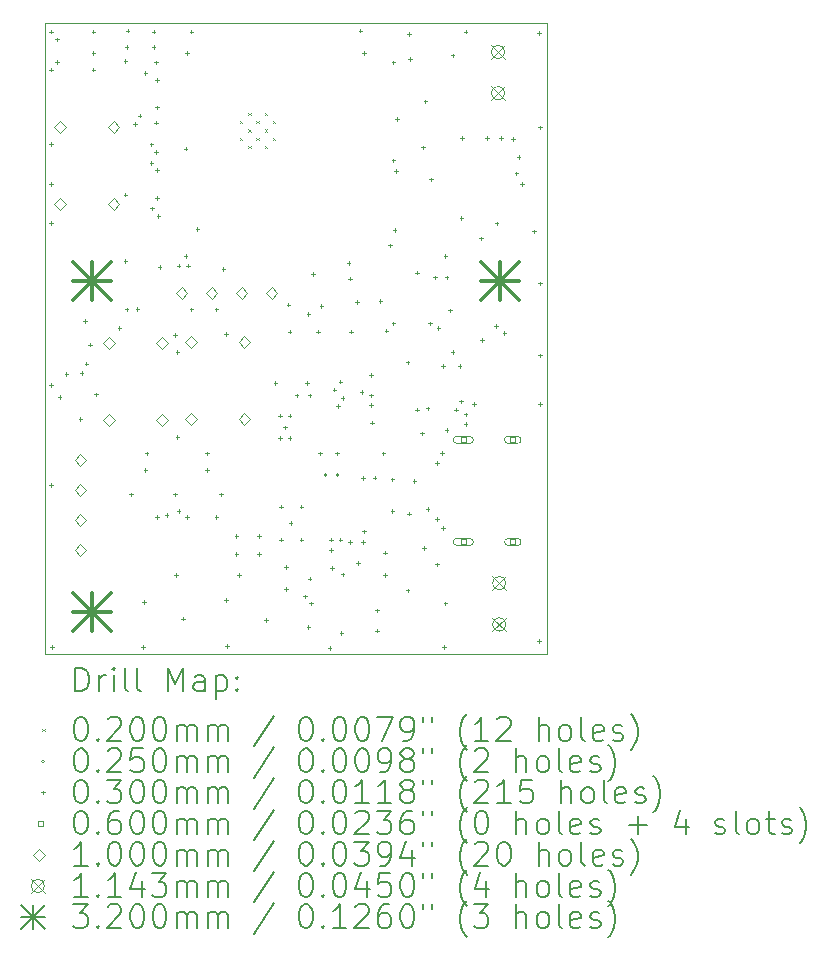
<source format=gbr>
%TF.GenerationSoftware,KiCad,Pcbnew,9.0.2*%
%TF.CreationDate,2025-07-03T10:05:07+02:00*%
%TF.ProjectId,Capteur_courant_IoT,43617074-6575-4725-9f63-6f7572616e74,rev?*%
%TF.SameCoordinates,Original*%
%TF.FileFunction,Drillmap*%
%TF.FilePolarity,Positive*%
%FSLAX45Y45*%
G04 Gerber Fmt 4.5, Leading zero omitted, Abs format (unit mm)*
G04 Created by KiCad (PCBNEW 9.0.2) date 2025-07-03 10:05:07*
%MOMM*%
%LPD*%
G01*
G04 APERTURE LIST*
%ADD10C,0.050000*%
%ADD11C,0.200000*%
%ADD12C,0.100000*%
%ADD13C,0.114300*%
%ADD14C,0.320000*%
G04 APERTURE END LIST*
D10*
X12298000Y-7320000D02*
X16548000Y-7320000D01*
X16548000Y-12660000D01*
X12298000Y-12660000D01*
X12298000Y-7320000D01*
D11*
D12*
X13950000Y-8146000D02*
X13970000Y-8166000D01*
X13970000Y-8146000D02*
X13950000Y-8166000D01*
X13950000Y-8286000D02*
X13970000Y-8306000D01*
X13970000Y-8286000D02*
X13950000Y-8306000D01*
X14020000Y-8076000D02*
X14040000Y-8096000D01*
X14040000Y-8076000D02*
X14020000Y-8096000D01*
X14020000Y-8216000D02*
X14040000Y-8236000D01*
X14040000Y-8216000D02*
X14020000Y-8236000D01*
X14020000Y-8356000D02*
X14040000Y-8376000D01*
X14040000Y-8356000D02*
X14020000Y-8376000D01*
X14090000Y-8146000D02*
X14110000Y-8166000D01*
X14110000Y-8146000D02*
X14090000Y-8166000D01*
X14090000Y-8286000D02*
X14110000Y-8306000D01*
X14110000Y-8286000D02*
X14090000Y-8306000D01*
X14160000Y-8076000D02*
X14180000Y-8096000D01*
X14180000Y-8076000D02*
X14160000Y-8096000D01*
X14160000Y-8216000D02*
X14180000Y-8236000D01*
X14180000Y-8216000D02*
X14160000Y-8236000D01*
X14160000Y-8356000D02*
X14180000Y-8376000D01*
X14180000Y-8356000D02*
X14160000Y-8376000D01*
X14230000Y-8146000D02*
X14250000Y-8166000D01*
X14250000Y-8146000D02*
X14230000Y-8166000D01*
X14230000Y-8286000D02*
X14250000Y-8306000D01*
X14250000Y-8286000D02*
X14230000Y-8306000D01*
X14687500Y-11145000D02*
G75*
G02*
X14662500Y-11145000I-12500J0D01*
G01*
X14662500Y-11145000D02*
G75*
G02*
X14687500Y-11145000I12500J0D01*
G01*
X14787500Y-11145000D02*
G75*
G02*
X14762500Y-11145000I-12500J0D01*
G01*
X14762500Y-11145000D02*
G75*
G02*
X14787500Y-11145000I12500J0D01*
G01*
X12350000Y-7375000D02*
X12350000Y-7405000D01*
X12335000Y-7390000D02*
X12365000Y-7390000D01*
X12350000Y-7695000D02*
X12350000Y-7725000D01*
X12335000Y-7710000D02*
X12365000Y-7710000D01*
X12350000Y-8325000D02*
X12350000Y-8355000D01*
X12335000Y-8340000D02*
X12365000Y-8340000D01*
X12350000Y-8665000D02*
X12350000Y-8695000D01*
X12335000Y-8680000D02*
X12365000Y-8680000D01*
X12350000Y-8995000D02*
X12350000Y-9025000D01*
X12335000Y-9010000D02*
X12365000Y-9010000D01*
X12350000Y-10365000D02*
X12350000Y-10395000D01*
X12335000Y-10380000D02*
X12365000Y-10380000D01*
X12350000Y-11215000D02*
X12350000Y-11245000D01*
X12335000Y-11230000D02*
X12365000Y-11230000D01*
X12360000Y-12585000D02*
X12360000Y-12615000D01*
X12345000Y-12600000D02*
X12375000Y-12600000D01*
X12400000Y-7440000D02*
X12400000Y-7470000D01*
X12385000Y-7455000D02*
X12415000Y-7455000D01*
X12400000Y-7630000D02*
X12400000Y-7660000D01*
X12385000Y-7645000D02*
X12415000Y-7645000D01*
X12422614Y-10467614D02*
X12422614Y-10497614D01*
X12407614Y-10482614D02*
X12437614Y-10482614D01*
X12480000Y-10275000D02*
X12480000Y-10305000D01*
X12465000Y-10290000D02*
X12495000Y-10290000D01*
X12600000Y-10655000D02*
X12600000Y-10685000D01*
X12585000Y-10670000D02*
X12615000Y-10670000D01*
X12610000Y-10265000D02*
X12610000Y-10295000D01*
X12595000Y-10280000D02*
X12625000Y-10280000D01*
X12640000Y-9825000D02*
X12640000Y-9855000D01*
X12625000Y-9840000D02*
X12655000Y-9840000D01*
X12650000Y-10185000D02*
X12650000Y-10215000D01*
X12635000Y-10200000D02*
X12665000Y-10200000D01*
X12680000Y-10025000D02*
X12680000Y-10055000D01*
X12665000Y-10040000D02*
X12695000Y-10040000D01*
X12710000Y-7375000D02*
X12710000Y-7405000D01*
X12695000Y-7390000D02*
X12725000Y-7390000D01*
X12710000Y-7555000D02*
X12710000Y-7585000D01*
X12695000Y-7570000D02*
X12725000Y-7570000D01*
X12710000Y-7695000D02*
X12710000Y-7725000D01*
X12695000Y-7710000D02*
X12725000Y-7710000D01*
X12730000Y-10445000D02*
X12730000Y-10475000D01*
X12715000Y-10460000D02*
X12745000Y-10460000D01*
X12930000Y-9885000D02*
X12930000Y-9915000D01*
X12915000Y-9900000D02*
X12945000Y-9900000D01*
X12980000Y-7625000D02*
X12980000Y-7655000D01*
X12965000Y-7640000D02*
X12995000Y-7640000D01*
X12980000Y-8755000D02*
X12980000Y-8785000D01*
X12965000Y-8770000D02*
X12995000Y-8770000D01*
X12980000Y-9315000D02*
X12980000Y-9345000D01*
X12965000Y-9330000D02*
X12995000Y-9330000D01*
X12990000Y-7505000D02*
X12990000Y-7535000D01*
X12975000Y-7520000D02*
X13005000Y-7520000D01*
X12990000Y-9725100D02*
X12990000Y-9755100D01*
X12975000Y-9740100D02*
X13005000Y-9740100D01*
X13000000Y-7365000D02*
X13000000Y-7395000D01*
X12985000Y-7380000D02*
X13015000Y-7380000D01*
X13030000Y-11292500D02*
X13030000Y-11322500D01*
X13015000Y-11307500D02*
X13045000Y-11307500D01*
X13060000Y-8155000D02*
X13060000Y-8185000D01*
X13045000Y-8170000D02*
X13075000Y-8170000D01*
X13082426Y-9722574D02*
X13082426Y-9752574D01*
X13067426Y-9737574D02*
X13097426Y-9737574D01*
X13100000Y-8085000D02*
X13100000Y-8115000D01*
X13085000Y-8100000D02*
X13115000Y-8100000D01*
X13130000Y-12585000D02*
X13130000Y-12615000D01*
X13115000Y-12600000D02*
X13145000Y-12600000D01*
X13140000Y-12205000D02*
X13140000Y-12235000D01*
X13125000Y-12220000D02*
X13155000Y-12220000D01*
X13150000Y-7725000D02*
X13150000Y-7755000D01*
X13135000Y-7740000D02*
X13165000Y-7740000D01*
X13150000Y-11085000D02*
X13150000Y-11115000D01*
X13135000Y-11100000D02*
X13165000Y-11100000D01*
X13160000Y-10945000D02*
X13160000Y-10975000D01*
X13145000Y-10960000D02*
X13175000Y-10960000D01*
X13200000Y-8328000D02*
X13200000Y-8358000D01*
X13185000Y-8343000D02*
X13215000Y-8343000D01*
X13200000Y-8485000D02*
X13200000Y-8515000D01*
X13185000Y-8500000D02*
X13215000Y-8500000D01*
X13205000Y-8870000D02*
X13205000Y-8900000D01*
X13190000Y-8885000D02*
X13220000Y-8885000D01*
X13220000Y-7375000D02*
X13220000Y-7405000D01*
X13205000Y-7390000D02*
X13235000Y-7390000D01*
X13220000Y-7505000D02*
X13220000Y-7535000D01*
X13205000Y-7520000D02*
X13235000Y-7520000D01*
X13240000Y-7635000D02*
X13240000Y-7665000D01*
X13225000Y-7650000D02*
X13255000Y-7650000D01*
X13240000Y-8145000D02*
X13240000Y-8175000D01*
X13225000Y-8160000D02*
X13255000Y-8160000D01*
X13240000Y-8395000D02*
X13240000Y-8425000D01*
X13225000Y-8410000D02*
X13255000Y-8410000D01*
X13250000Y-7785000D02*
X13250000Y-7815000D01*
X13235000Y-7800000D02*
X13265000Y-7800000D01*
X13250000Y-8015000D02*
X13250000Y-8045000D01*
X13235000Y-8030000D02*
X13265000Y-8030000D01*
X13250000Y-8545000D02*
X13250000Y-8575000D01*
X13235000Y-8560000D02*
X13265000Y-8560000D01*
X13250000Y-8785000D02*
X13250000Y-8815000D01*
X13235000Y-8800000D02*
X13265000Y-8800000D01*
X13250000Y-11485000D02*
X13250000Y-11515000D01*
X13235000Y-11500000D02*
X13265000Y-11500000D01*
X13260000Y-8935000D02*
X13260000Y-8965000D01*
X13245000Y-8950000D02*
X13275000Y-8950000D01*
X13270000Y-9365000D02*
X13270000Y-9395000D01*
X13255000Y-9380000D02*
X13285000Y-9380000D01*
X13330000Y-11465000D02*
X13330000Y-11495000D01*
X13315000Y-11480000D02*
X13345000Y-11480000D01*
X13400000Y-9945000D02*
X13400000Y-9975000D01*
X13385000Y-9960000D02*
X13415000Y-9960000D01*
X13400000Y-11292500D02*
X13400000Y-11322500D01*
X13385000Y-11307500D02*
X13415000Y-11307500D01*
X13410000Y-11975000D02*
X13410000Y-12005000D01*
X13395000Y-11990000D02*
X13425000Y-11990000D01*
X13420000Y-10085000D02*
X13420000Y-10115000D01*
X13405000Y-10100000D02*
X13435000Y-10100000D01*
X13420000Y-10805000D02*
X13420000Y-10835000D01*
X13405000Y-10820000D02*
X13435000Y-10820000D01*
X13430000Y-9355000D02*
X13430000Y-9385000D01*
X13415000Y-9370000D02*
X13445000Y-9370000D01*
X13430000Y-11435000D02*
X13430000Y-11465000D01*
X13415000Y-11450000D02*
X13445000Y-11450000D01*
X13470000Y-12345000D02*
X13470000Y-12375000D01*
X13455000Y-12360000D02*
X13485000Y-12360000D01*
X13490000Y-8365000D02*
X13490000Y-8395000D01*
X13475000Y-8380000D02*
X13505000Y-8380000D01*
X13490000Y-9275000D02*
X13490000Y-9305000D01*
X13475000Y-9290000D02*
X13505000Y-9290000D01*
X13500000Y-7555000D02*
X13500000Y-7585000D01*
X13485000Y-7570000D02*
X13515000Y-7570000D01*
X13500000Y-11485000D02*
X13500000Y-11515000D01*
X13485000Y-11500000D02*
X13515000Y-11500000D01*
X13510000Y-9355000D02*
X13510000Y-9385000D01*
X13495000Y-9370000D02*
X13525000Y-9370000D01*
X13540000Y-7375000D02*
X13540000Y-7405000D01*
X13525000Y-7390000D02*
X13555000Y-7390000D01*
X13540000Y-9725000D02*
X13540000Y-9755000D01*
X13525000Y-9740000D02*
X13555000Y-9740000D01*
X13590000Y-9045000D02*
X13590000Y-9075000D01*
X13575000Y-9060000D02*
X13605000Y-9060000D01*
X13670000Y-10945000D02*
X13670000Y-10975000D01*
X13655000Y-10960000D02*
X13685000Y-10960000D01*
X13670000Y-11085000D02*
X13670000Y-11115000D01*
X13655000Y-11100000D02*
X13685000Y-11100000D01*
X13750000Y-9725000D02*
X13750000Y-9755000D01*
X13735000Y-9740000D02*
X13765000Y-9740000D01*
X13750000Y-11485000D02*
X13750000Y-11515000D01*
X13735000Y-11500000D02*
X13765000Y-11500000D01*
X13790000Y-11292500D02*
X13790000Y-11322500D01*
X13775000Y-11307500D02*
X13805000Y-11307500D01*
X13810000Y-9385000D02*
X13810000Y-9415000D01*
X13795000Y-9400000D02*
X13825000Y-9400000D01*
X13830000Y-9935000D02*
X13830000Y-9965000D01*
X13815000Y-9950000D02*
X13845000Y-9950000D01*
X13830000Y-12185000D02*
X13830000Y-12215000D01*
X13815000Y-12200000D02*
X13845000Y-12200000D01*
X13840000Y-12575000D02*
X13840000Y-12605000D01*
X13825000Y-12590000D02*
X13855000Y-12590000D01*
X13920000Y-11645000D02*
X13920000Y-11675000D01*
X13905000Y-11660000D02*
X13935000Y-11660000D01*
X13920000Y-11795000D02*
X13920000Y-11825000D01*
X13905000Y-11810000D02*
X13935000Y-11810000D01*
X13940000Y-11975000D02*
X13940000Y-12005000D01*
X13925000Y-11990000D02*
X13955000Y-11990000D01*
X14110000Y-11645000D02*
X14110000Y-11675000D01*
X14095000Y-11660000D02*
X14125000Y-11660000D01*
X14110000Y-11795000D02*
X14110000Y-11825000D01*
X14095000Y-11810000D02*
X14125000Y-11810000D01*
X14170000Y-12355000D02*
X14170000Y-12385000D01*
X14155000Y-12370000D02*
X14185000Y-12370000D01*
X14250000Y-10347500D02*
X14250000Y-10377500D01*
X14235000Y-10362500D02*
X14265000Y-10362500D01*
X14290000Y-10625000D02*
X14290000Y-10655000D01*
X14275000Y-10640000D02*
X14305000Y-10640000D01*
X14290000Y-10815000D02*
X14290000Y-10845000D01*
X14275000Y-10830000D02*
X14305000Y-10830000D01*
X14300000Y-11395000D02*
X14300000Y-11425000D01*
X14285000Y-11410000D02*
X14315000Y-11410000D01*
X14300000Y-11675000D02*
X14300000Y-11705000D01*
X14285000Y-11690000D02*
X14315000Y-11690000D01*
X14330000Y-10725000D02*
X14330000Y-10755000D01*
X14315000Y-10740000D02*
X14345000Y-10740000D01*
X14340000Y-11905000D02*
X14340000Y-11935000D01*
X14325000Y-11920000D02*
X14355000Y-11920000D01*
X14340000Y-12095000D02*
X14340000Y-12125000D01*
X14325000Y-12110000D02*
X14355000Y-12110000D01*
X14360000Y-9685000D02*
X14360000Y-9715000D01*
X14345000Y-9700000D02*
X14375000Y-9700000D01*
X14370000Y-9915000D02*
X14370000Y-9945000D01*
X14355000Y-9930000D02*
X14385000Y-9930000D01*
X14370000Y-10625000D02*
X14370000Y-10655000D01*
X14355000Y-10640000D02*
X14385000Y-10640000D01*
X14370000Y-10815000D02*
X14370000Y-10845000D01*
X14355000Y-10830000D02*
X14385000Y-10830000D01*
X14380000Y-11535000D02*
X14380000Y-11565000D01*
X14365000Y-11550000D02*
X14395000Y-11550000D01*
X14430000Y-10455000D02*
X14430000Y-10485000D01*
X14415000Y-10470000D02*
X14445000Y-10470000D01*
X14470000Y-11395000D02*
X14470000Y-11425000D01*
X14455000Y-11410000D02*
X14485000Y-11410000D01*
X14470000Y-11675000D02*
X14470000Y-11705000D01*
X14455000Y-11690000D02*
X14485000Y-11690000D01*
X14500000Y-12155000D02*
X14500000Y-12185000D01*
X14485000Y-12170000D02*
X14515000Y-12170000D01*
X14520000Y-10347500D02*
X14520000Y-10377500D01*
X14505000Y-10362500D02*
X14535000Y-10362500D01*
X14530000Y-9765000D02*
X14530000Y-9795000D01*
X14515000Y-9780000D02*
X14545000Y-9780000D01*
X14530000Y-12415000D02*
X14530000Y-12445000D01*
X14515000Y-12430000D02*
X14545000Y-12430000D01*
X14540000Y-10455000D02*
X14540000Y-10485000D01*
X14525000Y-10470000D02*
X14555000Y-10470000D01*
X14540000Y-12005000D02*
X14540000Y-12035000D01*
X14525000Y-12020000D02*
X14555000Y-12020000D01*
X14550000Y-12215000D02*
X14550000Y-12245000D01*
X14535000Y-12230000D02*
X14565000Y-12230000D01*
X14570000Y-9425000D02*
X14570000Y-9455000D01*
X14555000Y-9440000D02*
X14585000Y-9440000D01*
X14610000Y-9915000D02*
X14610000Y-9945000D01*
X14595000Y-9930000D02*
X14625000Y-9930000D01*
X14630000Y-10945000D02*
X14630000Y-10975000D01*
X14615000Y-10960000D02*
X14645000Y-10960000D01*
X14640000Y-9695000D02*
X14640000Y-9725000D01*
X14625000Y-9710000D02*
X14655000Y-9710000D01*
X14710000Y-12595000D02*
X14710000Y-12625000D01*
X14695000Y-12610000D02*
X14725000Y-12610000D01*
X14720000Y-11675000D02*
X14720000Y-11705000D01*
X14705000Y-11690000D02*
X14735000Y-11690000D01*
X14720000Y-11765000D02*
X14720000Y-11795000D01*
X14705000Y-11780000D02*
X14735000Y-11780000D01*
X14730000Y-11915000D02*
X14730000Y-11945000D01*
X14715000Y-11930000D02*
X14745000Y-11930000D01*
X14750000Y-10405000D02*
X14750000Y-10435000D01*
X14735000Y-10420000D02*
X14765000Y-10420000D01*
X14770000Y-10945000D02*
X14770000Y-10975000D01*
X14755000Y-10960000D02*
X14785000Y-10960000D01*
X14780000Y-10545000D02*
X14780000Y-10575000D01*
X14765000Y-10560000D02*
X14795000Y-10560000D01*
X14800000Y-10337500D02*
X14800000Y-10367500D01*
X14785000Y-10352500D02*
X14815000Y-10352500D01*
X14800000Y-11675000D02*
X14800000Y-11705000D01*
X14785000Y-11690000D02*
X14815000Y-11690000D01*
X14810000Y-12465000D02*
X14810000Y-12495000D01*
X14795000Y-12480000D02*
X14825000Y-12480000D01*
X14820000Y-10475000D02*
X14820000Y-10505000D01*
X14805000Y-10490000D02*
X14835000Y-10490000D01*
X14820000Y-11970000D02*
X14820000Y-12000000D01*
X14805000Y-11985000D02*
X14835000Y-11985000D01*
X14870000Y-9335000D02*
X14870000Y-9365000D01*
X14855000Y-9350000D02*
X14885000Y-9350000D01*
X14880000Y-9465000D02*
X14880000Y-9495000D01*
X14865000Y-9480000D02*
X14895000Y-9480000D01*
X14880000Y-11695000D02*
X14880000Y-11725000D01*
X14865000Y-11710000D02*
X14895000Y-11710000D01*
X14890000Y-9915000D02*
X14890000Y-9945000D01*
X14875000Y-9930000D02*
X14905000Y-9930000D01*
X14940000Y-9665000D02*
X14940000Y-9695000D01*
X14925000Y-9680000D02*
X14955000Y-9680000D01*
X14950000Y-11875000D02*
X14950000Y-11905000D01*
X14935000Y-11890000D02*
X14965000Y-11890000D01*
X14970000Y-7365000D02*
X14970000Y-7395000D01*
X14955000Y-7380000D02*
X14985000Y-7380000D01*
X14980000Y-10425000D02*
X14980000Y-10455000D01*
X14965000Y-10440000D02*
X14995000Y-10440000D01*
X14990000Y-11155000D02*
X14990000Y-11185000D01*
X14975000Y-11170000D02*
X15005000Y-11170000D01*
X14990000Y-11695000D02*
X14990000Y-11725000D01*
X14975000Y-11710000D02*
X15005000Y-11710000D01*
X15000000Y-7555000D02*
X15000000Y-7585000D01*
X14985000Y-7570000D02*
X15015000Y-7570000D01*
X15000000Y-11605000D02*
X15000000Y-11635000D01*
X14985000Y-11620000D02*
X15015000Y-11620000D01*
X15060000Y-10535000D02*
X15060000Y-10565000D01*
X15045000Y-10550000D02*
X15075000Y-10550000D01*
X15061500Y-10280000D02*
X15061500Y-10310000D01*
X15046500Y-10295000D02*
X15076500Y-10295000D01*
X15061500Y-10455000D02*
X15061500Y-10485000D01*
X15046500Y-10470000D02*
X15076500Y-10470000D01*
X15070000Y-10685000D02*
X15070000Y-10715000D01*
X15055000Y-10700000D02*
X15085000Y-10700000D01*
X15090100Y-11150000D02*
X15090100Y-11180000D01*
X15075100Y-11165000D02*
X15105100Y-11165000D01*
X15110000Y-12275000D02*
X15110000Y-12305000D01*
X15095000Y-12290000D02*
X15125000Y-12290000D01*
X15110000Y-12445000D02*
X15110000Y-12475000D01*
X15095000Y-12460000D02*
X15125000Y-12460000D01*
X15140000Y-9655000D02*
X15140000Y-9685000D01*
X15125000Y-9670000D02*
X15155000Y-9670000D01*
X15165100Y-10945000D02*
X15165100Y-10975000D01*
X15150100Y-10960000D02*
X15180100Y-10960000D01*
X15180000Y-11785000D02*
X15180000Y-11815000D01*
X15165000Y-11800000D02*
X15195000Y-11800000D01*
X15180000Y-11975000D02*
X15180000Y-12005000D01*
X15165000Y-11990000D02*
X15195000Y-11990000D01*
X15190000Y-9905000D02*
X15190000Y-9935000D01*
X15175000Y-9920000D02*
X15205000Y-9920000D01*
X15220000Y-9185000D02*
X15220000Y-9215000D01*
X15205000Y-9200000D02*
X15235000Y-9200000D01*
X15240000Y-11165000D02*
X15240000Y-11195000D01*
X15225000Y-11180000D02*
X15255000Y-11180000D01*
X15240000Y-11435000D02*
X15240000Y-11465000D01*
X15225000Y-11450000D02*
X15255000Y-11450000D01*
X15250000Y-7635000D02*
X15250000Y-7665000D01*
X15235000Y-7650000D02*
X15265000Y-7650000D01*
X15250000Y-8465000D02*
X15250000Y-8495000D01*
X15235000Y-8480000D02*
X15265000Y-8480000D01*
X15250000Y-9845000D02*
X15250000Y-9875000D01*
X15235000Y-9860000D02*
X15265000Y-9860000D01*
X15260000Y-9055000D02*
X15260000Y-9085000D01*
X15245000Y-9070000D02*
X15275000Y-9070000D01*
X15270000Y-8555000D02*
X15270000Y-8585000D01*
X15255000Y-8570000D02*
X15285000Y-8570000D01*
X15280000Y-8115000D02*
X15280000Y-8145000D01*
X15265000Y-8130000D02*
X15295000Y-8130000D01*
X15370000Y-10175000D02*
X15370000Y-10205000D01*
X15355000Y-10190000D02*
X15385000Y-10190000D01*
X15370000Y-12105000D02*
X15370000Y-12135000D01*
X15355000Y-12120000D02*
X15385000Y-12120000D01*
X15380000Y-7395100D02*
X15380000Y-7425100D01*
X15365000Y-7410100D02*
X15395000Y-7410100D01*
X15380000Y-11455000D02*
X15380000Y-11485000D01*
X15365000Y-11470000D02*
X15395000Y-11470000D01*
X15390000Y-7605000D02*
X15390000Y-7635000D01*
X15375000Y-7620000D02*
X15405000Y-7620000D01*
X15426921Y-11178079D02*
X15426921Y-11208079D01*
X15411921Y-11193079D02*
X15441921Y-11193079D01*
X15450000Y-9415000D02*
X15450000Y-9445000D01*
X15435000Y-9430000D02*
X15465000Y-9430000D01*
X15450000Y-10575000D02*
X15450000Y-10605000D01*
X15435000Y-10590000D02*
X15465000Y-10590000D01*
X15490000Y-10775000D02*
X15490000Y-10805000D01*
X15475000Y-10790000D02*
X15505000Y-10790000D01*
X15500000Y-8355000D02*
X15500000Y-8385000D01*
X15485000Y-8370000D02*
X15515000Y-8370000D01*
X15510000Y-11745000D02*
X15510000Y-11775000D01*
X15495000Y-11760000D02*
X15525000Y-11760000D01*
X15520000Y-7965000D02*
X15520000Y-7995000D01*
X15505000Y-7980000D02*
X15535000Y-7980000D01*
X15540000Y-10565000D02*
X15540000Y-10595000D01*
X15525000Y-10580000D02*
X15555000Y-10580000D01*
X15540000Y-11415000D02*
X15540000Y-11445000D01*
X15525000Y-11430000D02*
X15555000Y-11430000D01*
X15560000Y-9845000D02*
X15560000Y-9875000D01*
X15545000Y-9860000D02*
X15575000Y-9860000D01*
X15570000Y-8625000D02*
X15570000Y-8655000D01*
X15555000Y-8640000D02*
X15585000Y-8640000D01*
X15600000Y-9455000D02*
X15600000Y-9485000D01*
X15585000Y-9470000D02*
X15615000Y-9470000D01*
X15620000Y-11025000D02*
X15620000Y-11055000D01*
X15605000Y-11040000D02*
X15635000Y-11040000D01*
X15620000Y-11502750D02*
X15620000Y-11532750D01*
X15605000Y-11517750D02*
X15635000Y-11517750D01*
X15620000Y-11885000D02*
X15620000Y-11915000D01*
X15605000Y-11900000D02*
X15635000Y-11900000D01*
X15630000Y-9885000D02*
X15630000Y-9915000D01*
X15615000Y-9900000D02*
X15645000Y-9900000D01*
X15660000Y-10942750D02*
X15660000Y-10972750D01*
X15645000Y-10957750D02*
X15675000Y-10957750D01*
X15670000Y-10205000D02*
X15670000Y-10235000D01*
X15655000Y-10220000D02*
X15685000Y-10220000D01*
X15670000Y-11577750D02*
X15670000Y-11607750D01*
X15655000Y-11592750D02*
X15685000Y-11592750D01*
X15680000Y-12585000D02*
X15680000Y-12615000D01*
X15665000Y-12600000D02*
X15695000Y-12600000D01*
X15690000Y-9275000D02*
X15690000Y-9305000D01*
X15675000Y-9290000D02*
X15705000Y-9290000D01*
X15690000Y-12215000D02*
X15690000Y-12245000D01*
X15675000Y-12230000D02*
X15705000Y-12230000D01*
X15700000Y-9455000D02*
X15700000Y-9485000D01*
X15685000Y-9470000D02*
X15715000Y-9470000D01*
X15700000Y-10745000D02*
X15700000Y-10775000D01*
X15685000Y-10760000D02*
X15715000Y-10760000D01*
X15730000Y-9735000D02*
X15730000Y-9765000D01*
X15715000Y-9750000D02*
X15745000Y-9750000D01*
X15750000Y-7575000D02*
X15750000Y-7605000D01*
X15735000Y-7590000D02*
X15765000Y-7590000D01*
X15750000Y-10085000D02*
X15750000Y-10115000D01*
X15735000Y-10100000D02*
X15765000Y-10100000D01*
X15780000Y-10575000D02*
X15780000Y-10605000D01*
X15765000Y-10590000D02*
X15795000Y-10590000D01*
X15810000Y-10205000D02*
X15810000Y-10235000D01*
X15795000Y-10220000D02*
X15825000Y-10220000D01*
X15820000Y-10505000D02*
X15820000Y-10535000D01*
X15805000Y-10520000D02*
X15835000Y-10520000D01*
X15825000Y-8950000D02*
X15825000Y-8980000D01*
X15810000Y-8965000D02*
X15840000Y-8965000D01*
X15830000Y-8275000D02*
X15830000Y-8305000D01*
X15815000Y-8290000D02*
X15845000Y-8290000D01*
X15860000Y-7375000D02*
X15860000Y-7405000D01*
X15845000Y-7390000D02*
X15875000Y-7390000D01*
X15860000Y-10615000D02*
X15860000Y-10645000D01*
X15845000Y-10630000D02*
X15875000Y-10630000D01*
X15860000Y-10695000D02*
X15860000Y-10725000D01*
X15845000Y-10710000D02*
X15875000Y-10710000D01*
X15930000Y-10525000D02*
X15930000Y-10555000D01*
X15915000Y-10540000D02*
X15945000Y-10540000D01*
X15990000Y-9125000D02*
X15990000Y-9155000D01*
X15975000Y-9140000D02*
X16005000Y-9140000D01*
X16000000Y-9985000D02*
X16000000Y-10015000D01*
X15985000Y-10000000D02*
X16015000Y-10000000D01*
X16040000Y-8275000D02*
X16040000Y-8305000D01*
X16025000Y-8290000D02*
X16055000Y-8290000D01*
X16120000Y-9865000D02*
X16120000Y-9895000D01*
X16105000Y-9880000D02*
X16135000Y-9880000D01*
X16122700Y-8997153D02*
X16122700Y-9027153D01*
X16107700Y-9012153D02*
X16137700Y-9012153D01*
X16160000Y-8273750D02*
X16160000Y-8303750D01*
X16145000Y-8288750D02*
X16175000Y-8288750D01*
X16190000Y-9925000D02*
X16190000Y-9955000D01*
X16175000Y-9940000D02*
X16205000Y-9940000D01*
X16260000Y-8285000D02*
X16260000Y-8315000D01*
X16245000Y-8300000D02*
X16275000Y-8300000D01*
X16290000Y-8575000D02*
X16290000Y-8605000D01*
X16275000Y-8590000D02*
X16305000Y-8590000D01*
X16310000Y-8435000D02*
X16310000Y-8465000D01*
X16295000Y-8450000D02*
X16325000Y-8450000D01*
X16340000Y-8665000D02*
X16340000Y-8695000D01*
X16325000Y-8680000D02*
X16355000Y-8680000D01*
X16440000Y-9065000D02*
X16440000Y-9095000D01*
X16425000Y-9080000D02*
X16455000Y-9080000D01*
X16480000Y-7385000D02*
X16480000Y-7415000D01*
X16465000Y-7400000D02*
X16495000Y-7400000D01*
X16480000Y-12535000D02*
X16480000Y-12565000D01*
X16465000Y-12550000D02*
X16495000Y-12550000D01*
X16489900Y-8185000D02*
X16489900Y-8215000D01*
X16474900Y-8200000D02*
X16504900Y-8200000D01*
X16490000Y-9505000D02*
X16490000Y-9535000D01*
X16475000Y-9520000D02*
X16505000Y-9520000D01*
X16490000Y-10115000D02*
X16490000Y-10145000D01*
X16475000Y-10130000D02*
X16505000Y-10130000D01*
X16490000Y-10525000D02*
X16490000Y-10555000D01*
X16475000Y-10540000D02*
X16505000Y-10540000D01*
X15863213Y-10866963D02*
X15863213Y-10824537D01*
X15820787Y-10824537D01*
X15820787Y-10866963D01*
X15863213Y-10866963D01*
X15787000Y-10875750D02*
X15897000Y-10875750D01*
X15897000Y-10815750D02*
G75*
G02*
X15897000Y-10875750I0J-30000D01*
G01*
X15897000Y-10815750D02*
X15787000Y-10815750D01*
X15787000Y-10815750D02*
G75*
G03*
X15787000Y-10875750I0J-30000D01*
G01*
X15863213Y-11730963D02*
X15863213Y-11688537D01*
X15820787Y-11688537D01*
X15820787Y-11730963D01*
X15863213Y-11730963D01*
X15787000Y-11739750D02*
X15897000Y-11739750D01*
X15897000Y-11679750D02*
G75*
G02*
X15897000Y-11739750I0J-30000D01*
G01*
X15897000Y-11679750D02*
X15787000Y-11679750D01*
X15787000Y-11679750D02*
G75*
G03*
X15787000Y-11739750I0J-30000D01*
G01*
X16281213Y-10866963D02*
X16281213Y-10824537D01*
X16238787Y-10824537D01*
X16238787Y-10866963D01*
X16281213Y-10866963D01*
X16220000Y-10875750D02*
X16300000Y-10875750D01*
X16300000Y-10815750D02*
G75*
G02*
X16300000Y-10875750I0J-30000D01*
G01*
X16300000Y-10815750D02*
X16220000Y-10815750D01*
X16220000Y-10815750D02*
G75*
G03*
X16220000Y-10875750I0J-30000D01*
G01*
X16281213Y-11730963D02*
X16281213Y-11688537D01*
X16238787Y-11688537D01*
X16238787Y-11730963D01*
X16281213Y-11730963D01*
X16220000Y-11739750D02*
X16300000Y-11739750D01*
X16300000Y-11679750D02*
G75*
G02*
X16300000Y-11739750I0J-30000D01*
G01*
X16300000Y-11679750D02*
X16220000Y-11679750D01*
X16220000Y-11679750D02*
G75*
G03*
X16220000Y-11739750I0J-30000D01*
G01*
X12430000Y-8250000D02*
X12480000Y-8200000D01*
X12430000Y-8150000D01*
X12380000Y-8200000D01*
X12430000Y-8250000D01*
X12430000Y-8900000D02*
X12480000Y-8850000D01*
X12430000Y-8800000D01*
X12380000Y-8850000D01*
X12430000Y-8900000D01*
X12600000Y-11069000D02*
X12650000Y-11019000D01*
X12600000Y-10969000D01*
X12550000Y-11019000D01*
X12600000Y-11069000D01*
X12600000Y-11323000D02*
X12650000Y-11273000D01*
X12600000Y-11223000D01*
X12550000Y-11273000D01*
X12600000Y-11323000D01*
X12600000Y-11577000D02*
X12650000Y-11527000D01*
X12600000Y-11477000D01*
X12550000Y-11527000D01*
X12600000Y-11577000D01*
X12600000Y-11831000D02*
X12650000Y-11781000D01*
X12600000Y-11731000D01*
X12550000Y-11781000D01*
X12600000Y-11831000D01*
X12841250Y-10075000D02*
X12891250Y-10025000D01*
X12841250Y-9975000D01*
X12791250Y-10025000D01*
X12841250Y-10075000D01*
X12841250Y-10725000D02*
X12891250Y-10675000D01*
X12841250Y-10625000D01*
X12791250Y-10675000D01*
X12841250Y-10725000D01*
X12880000Y-8250000D02*
X12930000Y-8200000D01*
X12880000Y-8150000D01*
X12830000Y-8200000D01*
X12880000Y-8250000D01*
X12880000Y-8900000D02*
X12930000Y-8850000D01*
X12880000Y-8800000D01*
X12830000Y-8850000D01*
X12880000Y-8900000D01*
X13291250Y-10075000D02*
X13341250Y-10025000D01*
X13291250Y-9975000D01*
X13241250Y-10025000D01*
X13291250Y-10075000D01*
X13291250Y-10725000D02*
X13341250Y-10675000D01*
X13291250Y-10625000D01*
X13241250Y-10675000D01*
X13291250Y-10725000D01*
X13456000Y-9650000D02*
X13506000Y-9600000D01*
X13456000Y-9550000D01*
X13406000Y-9600000D01*
X13456000Y-9650000D01*
X13538750Y-10070000D02*
X13588750Y-10020000D01*
X13538750Y-9970000D01*
X13488750Y-10020000D01*
X13538750Y-10070000D01*
X13538750Y-10720000D02*
X13588750Y-10670000D01*
X13538750Y-10620000D01*
X13488750Y-10670000D01*
X13538750Y-10720000D01*
X13710000Y-9650000D02*
X13760000Y-9600000D01*
X13710000Y-9550000D01*
X13660000Y-9600000D01*
X13710000Y-9650000D01*
X13964000Y-9650000D02*
X14014000Y-9600000D01*
X13964000Y-9550000D01*
X13914000Y-9600000D01*
X13964000Y-9650000D01*
X13988750Y-10070000D02*
X14038750Y-10020000D01*
X13988750Y-9970000D01*
X13938750Y-10020000D01*
X13988750Y-10070000D01*
X13988750Y-10720000D02*
X14038750Y-10670000D01*
X13988750Y-10620000D01*
X13938750Y-10670000D01*
X13988750Y-10720000D01*
X14218000Y-9650000D02*
X14268000Y-9600000D01*
X14218000Y-9550000D01*
X14168000Y-9600000D01*
X14218000Y-9650000D01*
D13*
X16077970Y-7503360D02*
X16192270Y-7617660D01*
X16192270Y-7503360D02*
X16077970Y-7617660D01*
X16192270Y-7560510D02*
G75*
G02*
X16077970Y-7560510I-57150J0D01*
G01*
X16077970Y-7560510D02*
G75*
G02*
X16192270Y-7560510I57150J0D01*
G01*
X16077970Y-7853360D02*
X16192270Y-7967660D01*
X16192270Y-7853360D02*
X16077970Y-7967660D01*
X16192270Y-7910510D02*
G75*
G02*
X16077970Y-7910510I-57150J0D01*
G01*
X16077970Y-7910510D02*
G75*
G02*
X16192270Y-7910510I57150J0D01*
G01*
X16087970Y-12001590D02*
X16202270Y-12115890D01*
X16202270Y-12001590D02*
X16087970Y-12115890D01*
X16202270Y-12058740D02*
G75*
G02*
X16087970Y-12058740I-57150J0D01*
G01*
X16087970Y-12058740D02*
G75*
G02*
X16202270Y-12058740I57150J0D01*
G01*
X16087970Y-12351590D02*
X16202270Y-12465890D01*
X16202270Y-12351590D02*
X16087970Y-12465890D01*
X16202270Y-12408740D02*
G75*
G02*
X16087970Y-12408740I-57150J0D01*
G01*
X16087970Y-12408740D02*
G75*
G02*
X16202270Y-12408740I57150J0D01*
G01*
D14*
X12540000Y-9340000D02*
X12860000Y-9660000D01*
X12860000Y-9340000D02*
X12540000Y-9660000D01*
X12700000Y-9340000D02*
X12700000Y-9660000D01*
X12540000Y-9500000D02*
X12860000Y-9500000D01*
X12540000Y-12140000D02*
X12860000Y-12460000D01*
X12860000Y-12140000D02*
X12540000Y-12460000D01*
X12700000Y-12140000D02*
X12700000Y-12460000D01*
X12540000Y-12300000D02*
X12860000Y-12300000D01*
X15990000Y-9340000D02*
X16310000Y-9660000D01*
X16310000Y-9340000D02*
X15990000Y-9660000D01*
X16150000Y-9340000D02*
X16150000Y-9660000D01*
X15990000Y-9500000D02*
X16310000Y-9500000D01*
D11*
X12556277Y-12973984D02*
X12556277Y-12773984D01*
X12556277Y-12773984D02*
X12603896Y-12773984D01*
X12603896Y-12773984D02*
X12632467Y-12783508D01*
X12632467Y-12783508D02*
X12651515Y-12802555D01*
X12651515Y-12802555D02*
X12661039Y-12821603D01*
X12661039Y-12821603D02*
X12670562Y-12859698D01*
X12670562Y-12859698D02*
X12670562Y-12888269D01*
X12670562Y-12888269D02*
X12661039Y-12926365D01*
X12661039Y-12926365D02*
X12651515Y-12945412D01*
X12651515Y-12945412D02*
X12632467Y-12964460D01*
X12632467Y-12964460D02*
X12603896Y-12973984D01*
X12603896Y-12973984D02*
X12556277Y-12973984D01*
X12756277Y-12973984D02*
X12756277Y-12840650D01*
X12756277Y-12878746D02*
X12765801Y-12859698D01*
X12765801Y-12859698D02*
X12775324Y-12850174D01*
X12775324Y-12850174D02*
X12794372Y-12840650D01*
X12794372Y-12840650D02*
X12813420Y-12840650D01*
X12880086Y-12973984D02*
X12880086Y-12840650D01*
X12880086Y-12773984D02*
X12870562Y-12783508D01*
X12870562Y-12783508D02*
X12880086Y-12793031D01*
X12880086Y-12793031D02*
X12889610Y-12783508D01*
X12889610Y-12783508D02*
X12880086Y-12773984D01*
X12880086Y-12773984D02*
X12880086Y-12793031D01*
X13003896Y-12973984D02*
X12984848Y-12964460D01*
X12984848Y-12964460D02*
X12975324Y-12945412D01*
X12975324Y-12945412D02*
X12975324Y-12773984D01*
X13108658Y-12973984D02*
X13089610Y-12964460D01*
X13089610Y-12964460D02*
X13080086Y-12945412D01*
X13080086Y-12945412D02*
X13080086Y-12773984D01*
X13337229Y-12973984D02*
X13337229Y-12773984D01*
X13337229Y-12773984D02*
X13403896Y-12916841D01*
X13403896Y-12916841D02*
X13470562Y-12773984D01*
X13470562Y-12773984D02*
X13470562Y-12973984D01*
X13651515Y-12973984D02*
X13651515Y-12869222D01*
X13651515Y-12869222D02*
X13641991Y-12850174D01*
X13641991Y-12850174D02*
X13622943Y-12840650D01*
X13622943Y-12840650D02*
X13584848Y-12840650D01*
X13584848Y-12840650D02*
X13565801Y-12850174D01*
X13651515Y-12964460D02*
X13632467Y-12973984D01*
X13632467Y-12973984D02*
X13584848Y-12973984D01*
X13584848Y-12973984D02*
X13565801Y-12964460D01*
X13565801Y-12964460D02*
X13556277Y-12945412D01*
X13556277Y-12945412D02*
X13556277Y-12926365D01*
X13556277Y-12926365D02*
X13565801Y-12907317D01*
X13565801Y-12907317D02*
X13584848Y-12897793D01*
X13584848Y-12897793D02*
X13632467Y-12897793D01*
X13632467Y-12897793D02*
X13651515Y-12888269D01*
X13746753Y-12840650D02*
X13746753Y-13040650D01*
X13746753Y-12850174D02*
X13765801Y-12840650D01*
X13765801Y-12840650D02*
X13803896Y-12840650D01*
X13803896Y-12840650D02*
X13822943Y-12850174D01*
X13822943Y-12850174D02*
X13832467Y-12859698D01*
X13832467Y-12859698D02*
X13841991Y-12878746D01*
X13841991Y-12878746D02*
X13841991Y-12935888D01*
X13841991Y-12935888D02*
X13832467Y-12954936D01*
X13832467Y-12954936D02*
X13822943Y-12964460D01*
X13822943Y-12964460D02*
X13803896Y-12973984D01*
X13803896Y-12973984D02*
X13765801Y-12973984D01*
X13765801Y-12973984D02*
X13746753Y-12964460D01*
X13927705Y-12954936D02*
X13937229Y-12964460D01*
X13937229Y-12964460D02*
X13927705Y-12973984D01*
X13927705Y-12973984D02*
X13918182Y-12964460D01*
X13918182Y-12964460D02*
X13927705Y-12954936D01*
X13927705Y-12954936D02*
X13927705Y-12973984D01*
X13927705Y-12850174D02*
X13937229Y-12859698D01*
X13937229Y-12859698D02*
X13927705Y-12869222D01*
X13927705Y-12869222D02*
X13918182Y-12859698D01*
X13918182Y-12859698D02*
X13927705Y-12850174D01*
X13927705Y-12850174D02*
X13927705Y-12869222D01*
D12*
X12275500Y-13292500D02*
X12295500Y-13312500D01*
X12295500Y-13292500D02*
X12275500Y-13312500D01*
D11*
X12594372Y-13193984D02*
X12613420Y-13193984D01*
X12613420Y-13193984D02*
X12632467Y-13203508D01*
X12632467Y-13203508D02*
X12641991Y-13213031D01*
X12641991Y-13213031D02*
X12651515Y-13232079D01*
X12651515Y-13232079D02*
X12661039Y-13270174D01*
X12661039Y-13270174D02*
X12661039Y-13317793D01*
X12661039Y-13317793D02*
X12651515Y-13355888D01*
X12651515Y-13355888D02*
X12641991Y-13374936D01*
X12641991Y-13374936D02*
X12632467Y-13384460D01*
X12632467Y-13384460D02*
X12613420Y-13393984D01*
X12613420Y-13393984D02*
X12594372Y-13393984D01*
X12594372Y-13393984D02*
X12575324Y-13384460D01*
X12575324Y-13384460D02*
X12565801Y-13374936D01*
X12565801Y-13374936D02*
X12556277Y-13355888D01*
X12556277Y-13355888D02*
X12546753Y-13317793D01*
X12546753Y-13317793D02*
X12546753Y-13270174D01*
X12546753Y-13270174D02*
X12556277Y-13232079D01*
X12556277Y-13232079D02*
X12565801Y-13213031D01*
X12565801Y-13213031D02*
X12575324Y-13203508D01*
X12575324Y-13203508D02*
X12594372Y-13193984D01*
X12746753Y-13374936D02*
X12756277Y-13384460D01*
X12756277Y-13384460D02*
X12746753Y-13393984D01*
X12746753Y-13393984D02*
X12737229Y-13384460D01*
X12737229Y-13384460D02*
X12746753Y-13374936D01*
X12746753Y-13374936D02*
X12746753Y-13393984D01*
X12832467Y-13213031D02*
X12841991Y-13203508D01*
X12841991Y-13203508D02*
X12861039Y-13193984D01*
X12861039Y-13193984D02*
X12908658Y-13193984D01*
X12908658Y-13193984D02*
X12927705Y-13203508D01*
X12927705Y-13203508D02*
X12937229Y-13213031D01*
X12937229Y-13213031D02*
X12946753Y-13232079D01*
X12946753Y-13232079D02*
X12946753Y-13251127D01*
X12946753Y-13251127D02*
X12937229Y-13279698D01*
X12937229Y-13279698D02*
X12822943Y-13393984D01*
X12822943Y-13393984D02*
X12946753Y-13393984D01*
X13070562Y-13193984D02*
X13089610Y-13193984D01*
X13089610Y-13193984D02*
X13108658Y-13203508D01*
X13108658Y-13203508D02*
X13118182Y-13213031D01*
X13118182Y-13213031D02*
X13127705Y-13232079D01*
X13127705Y-13232079D02*
X13137229Y-13270174D01*
X13137229Y-13270174D02*
X13137229Y-13317793D01*
X13137229Y-13317793D02*
X13127705Y-13355888D01*
X13127705Y-13355888D02*
X13118182Y-13374936D01*
X13118182Y-13374936D02*
X13108658Y-13384460D01*
X13108658Y-13384460D02*
X13089610Y-13393984D01*
X13089610Y-13393984D02*
X13070562Y-13393984D01*
X13070562Y-13393984D02*
X13051515Y-13384460D01*
X13051515Y-13384460D02*
X13041991Y-13374936D01*
X13041991Y-13374936D02*
X13032467Y-13355888D01*
X13032467Y-13355888D02*
X13022943Y-13317793D01*
X13022943Y-13317793D02*
X13022943Y-13270174D01*
X13022943Y-13270174D02*
X13032467Y-13232079D01*
X13032467Y-13232079D02*
X13041991Y-13213031D01*
X13041991Y-13213031D02*
X13051515Y-13203508D01*
X13051515Y-13203508D02*
X13070562Y-13193984D01*
X13261039Y-13193984D02*
X13280086Y-13193984D01*
X13280086Y-13193984D02*
X13299134Y-13203508D01*
X13299134Y-13203508D02*
X13308658Y-13213031D01*
X13308658Y-13213031D02*
X13318182Y-13232079D01*
X13318182Y-13232079D02*
X13327705Y-13270174D01*
X13327705Y-13270174D02*
X13327705Y-13317793D01*
X13327705Y-13317793D02*
X13318182Y-13355888D01*
X13318182Y-13355888D02*
X13308658Y-13374936D01*
X13308658Y-13374936D02*
X13299134Y-13384460D01*
X13299134Y-13384460D02*
X13280086Y-13393984D01*
X13280086Y-13393984D02*
X13261039Y-13393984D01*
X13261039Y-13393984D02*
X13241991Y-13384460D01*
X13241991Y-13384460D02*
X13232467Y-13374936D01*
X13232467Y-13374936D02*
X13222943Y-13355888D01*
X13222943Y-13355888D02*
X13213420Y-13317793D01*
X13213420Y-13317793D02*
X13213420Y-13270174D01*
X13213420Y-13270174D02*
X13222943Y-13232079D01*
X13222943Y-13232079D02*
X13232467Y-13213031D01*
X13232467Y-13213031D02*
X13241991Y-13203508D01*
X13241991Y-13203508D02*
X13261039Y-13193984D01*
X13413420Y-13393984D02*
X13413420Y-13260650D01*
X13413420Y-13279698D02*
X13422943Y-13270174D01*
X13422943Y-13270174D02*
X13441991Y-13260650D01*
X13441991Y-13260650D02*
X13470563Y-13260650D01*
X13470563Y-13260650D02*
X13489610Y-13270174D01*
X13489610Y-13270174D02*
X13499134Y-13289222D01*
X13499134Y-13289222D02*
X13499134Y-13393984D01*
X13499134Y-13289222D02*
X13508658Y-13270174D01*
X13508658Y-13270174D02*
X13527705Y-13260650D01*
X13527705Y-13260650D02*
X13556277Y-13260650D01*
X13556277Y-13260650D02*
X13575324Y-13270174D01*
X13575324Y-13270174D02*
X13584848Y-13289222D01*
X13584848Y-13289222D02*
X13584848Y-13393984D01*
X13680086Y-13393984D02*
X13680086Y-13260650D01*
X13680086Y-13279698D02*
X13689610Y-13270174D01*
X13689610Y-13270174D02*
X13708658Y-13260650D01*
X13708658Y-13260650D02*
X13737229Y-13260650D01*
X13737229Y-13260650D02*
X13756277Y-13270174D01*
X13756277Y-13270174D02*
X13765801Y-13289222D01*
X13765801Y-13289222D02*
X13765801Y-13393984D01*
X13765801Y-13289222D02*
X13775324Y-13270174D01*
X13775324Y-13270174D02*
X13794372Y-13260650D01*
X13794372Y-13260650D02*
X13822943Y-13260650D01*
X13822943Y-13260650D02*
X13841991Y-13270174D01*
X13841991Y-13270174D02*
X13851515Y-13289222D01*
X13851515Y-13289222D02*
X13851515Y-13393984D01*
X14241991Y-13184460D02*
X14070563Y-13441603D01*
X14499134Y-13193984D02*
X14518182Y-13193984D01*
X14518182Y-13193984D02*
X14537229Y-13203508D01*
X14537229Y-13203508D02*
X14546753Y-13213031D01*
X14546753Y-13213031D02*
X14556277Y-13232079D01*
X14556277Y-13232079D02*
X14565801Y-13270174D01*
X14565801Y-13270174D02*
X14565801Y-13317793D01*
X14565801Y-13317793D02*
X14556277Y-13355888D01*
X14556277Y-13355888D02*
X14546753Y-13374936D01*
X14546753Y-13374936D02*
X14537229Y-13384460D01*
X14537229Y-13384460D02*
X14518182Y-13393984D01*
X14518182Y-13393984D02*
X14499134Y-13393984D01*
X14499134Y-13393984D02*
X14480086Y-13384460D01*
X14480086Y-13384460D02*
X14470563Y-13374936D01*
X14470563Y-13374936D02*
X14461039Y-13355888D01*
X14461039Y-13355888D02*
X14451515Y-13317793D01*
X14451515Y-13317793D02*
X14451515Y-13270174D01*
X14451515Y-13270174D02*
X14461039Y-13232079D01*
X14461039Y-13232079D02*
X14470563Y-13213031D01*
X14470563Y-13213031D02*
X14480086Y-13203508D01*
X14480086Y-13203508D02*
X14499134Y-13193984D01*
X14651515Y-13374936D02*
X14661039Y-13384460D01*
X14661039Y-13384460D02*
X14651515Y-13393984D01*
X14651515Y-13393984D02*
X14641991Y-13384460D01*
X14641991Y-13384460D02*
X14651515Y-13374936D01*
X14651515Y-13374936D02*
X14651515Y-13393984D01*
X14784848Y-13193984D02*
X14803896Y-13193984D01*
X14803896Y-13193984D02*
X14822944Y-13203508D01*
X14822944Y-13203508D02*
X14832467Y-13213031D01*
X14832467Y-13213031D02*
X14841991Y-13232079D01*
X14841991Y-13232079D02*
X14851515Y-13270174D01*
X14851515Y-13270174D02*
X14851515Y-13317793D01*
X14851515Y-13317793D02*
X14841991Y-13355888D01*
X14841991Y-13355888D02*
X14832467Y-13374936D01*
X14832467Y-13374936D02*
X14822944Y-13384460D01*
X14822944Y-13384460D02*
X14803896Y-13393984D01*
X14803896Y-13393984D02*
X14784848Y-13393984D01*
X14784848Y-13393984D02*
X14765801Y-13384460D01*
X14765801Y-13384460D02*
X14756277Y-13374936D01*
X14756277Y-13374936D02*
X14746753Y-13355888D01*
X14746753Y-13355888D02*
X14737229Y-13317793D01*
X14737229Y-13317793D02*
X14737229Y-13270174D01*
X14737229Y-13270174D02*
X14746753Y-13232079D01*
X14746753Y-13232079D02*
X14756277Y-13213031D01*
X14756277Y-13213031D02*
X14765801Y-13203508D01*
X14765801Y-13203508D02*
X14784848Y-13193984D01*
X14975325Y-13193984D02*
X14994372Y-13193984D01*
X14994372Y-13193984D02*
X15013420Y-13203508D01*
X15013420Y-13203508D02*
X15022944Y-13213031D01*
X15022944Y-13213031D02*
X15032467Y-13232079D01*
X15032467Y-13232079D02*
X15041991Y-13270174D01*
X15041991Y-13270174D02*
X15041991Y-13317793D01*
X15041991Y-13317793D02*
X15032467Y-13355888D01*
X15032467Y-13355888D02*
X15022944Y-13374936D01*
X15022944Y-13374936D02*
X15013420Y-13384460D01*
X15013420Y-13384460D02*
X14994372Y-13393984D01*
X14994372Y-13393984D02*
X14975325Y-13393984D01*
X14975325Y-13393984D02*
X14956277Y-13384460D01*
X14956277Y-13384460D02*
X14946753Y-13374936D01*
X14946753Y-13374936D02*
X14937229Y-13355888D01*
X14937229Y-13355888D02*
X14927706Y-13317793D01*
X14927706Y-13317793D02*
X14927706Y-13270174D01*
X14927706Y-13270174D02*
X14937229Y-13232079D01*
X14937229Y-13232079D02*
X14946753Y-13213031D01*
X14946753Y-13213031D02*
X14956277Y-13203508D01*
X14956277Y-13203508D02*
X14975325Y-13193984D01*
X15108658Y-13193984D02*
X15241991Y-13193984D01*
X15241991Y-13193984D02*
X15156277Y-13393984D01*
X15327706Y-13393984D02*
X15365801Y-13393984D01*
X15365801Y-13393984D02*
X15384848Y-13384460D01*
X15384848Y-13384460D02*
X15394372Y-13374936D01*
X15394372Y-13374936D02*
X15413420Y-13346365D01*
X15413420Y-13346365D02*
X15422944Y-13308269D01*
X15422944Y-13308269D02*
X15422944Y-13232079D01*
X15422944Y-13232079D02*
X15413420Y-13213031D01*
X15413420Y-13213031D02*
X15403896Y-13203508D01*
X15403896Y-13203508D02*
X15384848Y-13193984D01*
X15384848Y-13193984D02*
X15346753Y-13193984D01*
X15346753Y-13193984D02*
X15327706Y-13203508D01*
X15327706Y-13203508D02*
X15318182Y-13213031D01*
X15318182Y-13213031D02*
X15308658Y-13232079D01*
X15308658Y-13232079D02*
X15308658Y-13279698D01*
X15308658Y-13279698D02*
X15318182Y-13298746D01*
X15318182Y-13298746D02*
X15327706Y-13308269D01*
X15327706Y-13308269D02*
X15346753Y-13317793D01*
X15346753Y-13317793D02*
X15384848Y-13317793D01*
X15384848Y-13317793D02*
X15403896Y-13308269D01*
X15403896Y-13308269D02*
X15413420Y-13298746D01*
X15413420Y-13298746D02*
X15422944Y-13279698D01*
X15499134Y-13193984D02*
X15499134Y-13232079D01*
X15575325Y-13193984D02*
X15575325Y-13232079D01*
X15870563Y-13470174D02*
X15861039Y-13460650D01*
X15861039Y-13460650D02*
X15841991Y-13432079D01*
X15841991Y-13432079D02*
X15832468Y-13413031D01*
X15832468Y-13413031D02*
X15822944Y-13384460D01*
X15822944Y-13384460D02*
X15813420Y-13336841D01*
X15813420Y-13336841D02*
X15813420Y-13298746D01*
X15813420Y-13298746D02*
X15822944Y-13251127D01*
X15822944Y-13251127D02*
X15832468Y-13222555D01*
X15832468Y-13222555D02*
X15841991Y-13203508D01*
X15841991Y-13203508D02*
X15861039Y-13174936D01*
X15861039Y-13174936D02*
X15870563Y-13165412D01*
X16051515Y-13393984D02*
X15937229Y-13393984D01*
X15994372Y-13393984D02*
X15994372Y-13193984D01*
X15994372Y-13193984D02*
X15975325Y-13222555D01*
X15975325Y-13222555D02*
X15956277Y-13241603D01*
X15956277Y-13241603D02*
X15937229Y-13251127D01*
X16127706Y-13213031D02*
X16137229Y-13203508D01*
X16137229Y-13203508D02*
X16156277Y-13193984D01*
X16156277Y-13193984D02*
X16203896Y-13193984D01*
X16203896Y-13193984D02*
X16222944Y-13203508D01*
X16222944Y-13203508D02*
X16232468Y-13213031D01*
X16232468Y-13213031D02*
X16241991Y-13232079D01*
X16241991Y-13232079D02*
X16241991Y-13251127D01*
X16241991Y-13251127D02*
X16232468Y-13279698D01*
X16232468Y-13279698D02*
X16118182Y-13393984D01*
X16118182Y-13393984D02*
X16241991Y-13393984D01*
X16480087Y-13393984D02*
X16480087Y-13193984D01*
X16565801Y-13393984D02*
X16565801Y-13289222D01*
X16565801Y-13289222D02*
X16556277Y-13270174D01*
X16556277Y-13270174D02*
X16537230Y-13260650D01*
X16537230Y-13260650D02*
X16508658Y-13260650D01*
X16508658Y-13260650D02*
X16489610Y-13270174D01*
X16489610Y-13270174D02*
X16480087Y-13279698D01*
X16689610Y-13393984D02*
X16670563Y-13384460D01*
X16670563Y-13384460D02*
X16661039Y-13374936D01*
X16661039Y-13374936D02*
X16651515Y-13355888D01*
X16651515Y-13355888D02*
X16651515Y-13298746D01*
X16651515Y-13298746D02*
X16661039Y-13279698D01*
X16661039Y-13279698D02*
X16670563Y-13270174D01*
X16670563Y-13270174D02*
X16689610Y-13260650D01*
X16689610Y-13260650D02*
X16718182Y-13260650D01*
X16718182Y-13260650D02*
X16737230Y-13270174D01*
X16737230Y-13270174D02*
X16746753Y-13279698D01*
X16746753Y-13279698D02*
X16756277Y-13298746D01*
X16756277Y-13298746D02*
X16756277Y-13355888D01*
X16756277Y-13355888D02*
X16746753Y-13374936D01*
X16746753Y-13374936D02*
X16737230Y-13384460D01*
X16737230Y-13384460D02*
X16718182Y-13393984D01*
X16718182Y-13393984D02*
X16689610Y-13393984D01*
X16870563Y-13393984D02*
X16851515Y-13384460D01*
X16851515Y-13384460D02*
X16841992Y-13365412D01*
X16841992Y-13365412D02*
X16841992Y-13193984D01*
X17022944Y-13384460D02*
X17003896Y-13393984D01*
X17003896Y-13393984D02*
X16965801Y-13393984D01*
X16965801Y-13393984D02*
X16946753Y-13384460D01*
X16946753Y-13384460D02*
X16937230Y-13365412D01*
X16937230Y-13365412D02*
X16937230Y-13289222D01*
X16937230Y-13289222D02*
X16946753Y-13270174D01*
X16946753Y-13270174D02*
X16965801Y-13260650D01*
X16965801Y-13260650D02*
X17003896Y-13260650D01*
X17003896Y-13260650D02*
X17022944Y-13270174D01*
X17022944Y-13270174D02*
X17032468Y-13289222D01*
X17032468Y-13289222D02*
X17032468Y-13308269D01*
X17032468Y-13308269D02*
X16937230Y-13327317D01*
X17108658Y-13384460D02*
X17127706Y-13393984D01*
X17127706Y-13393984D02*
X17165801Y-13393984D01*
X17165801Y-13393984D02*
X17184849Y-13384460D01*
X17184849Y-13384460D02*
X17194373Y-13365412D01*
X17194373Y-13365412D02*
X17194373Y-13355888D01*
X17194373Y-13355888D02*
X17184849Y-13336841D01*
X17184849Y-13336841D02*
X17165801Y-13327317D01*
X17165801Y-13327317D02*
X17137230Y-13327317D01*
X17137230Y-13327317D02*
X17118182Y-13317793D01*
X17118182Y-13317793D02*
X17108658Y-13298746D01*
X17108658Y-13298746D02*
X17108658Y-13289222D01*
X17108658Y-13289222D02*
X17118182Y-13270174D01*
X17118182Y-13270174D02*
X17137230Y-13260650D01*
X17137230Y-13260650D02*
X17165801Y-13260650D01*
X17165801Y-13260650D02*
X17184849Y-13270174D01*
X17261039Y-13470174D02*
X17270563Y-13460650D01*
X17270563Y-13460650D02*
X17289611Y-13432079D01*
X17289611Y-13432079D02*
X17299134Y-13413031D01*
X17299134Y-13413031D02*
X17308658Y-13384460D01*
X17308658Y-13384460D02*
X17318182Y-13336841D01*
X17318182Y-13336841D02*
X17318182Y-13298746D01*
X17318182Y-13298746D02*
X17308658Y-13251127D01*
X17308658Y-13251127D02*
X17299134Y-13222555D01*
X17299134Y-13222555D02*
X17289611Y-13203508D01*
X17289611Y-13203508D02*
X17270563Y-13174936D01*
X17270563Y-13174936D02*
X17261039Y-13165412D01*
D12*
X12295500Y-13566500D02*
G75*
G02*
X12270500Y-13566500I-12500J0D01*
G01*
X12270500Y-13566500D02*
G75*
G02*
X12295500Y-13566500I12500J0D01*
G01*
D11*
X12594372Y-13457984D02*
X12613420Y-13457984D01*
X12613420Y-13457984D02*
X12632467Y-13467508D01*
X12632467Y-13467508D02*
X12641991Y-13477031D01*
X12641991Y-13477031D02*
X12651515Y-13496079D01*
X12651515Y-13496079D02*
X12661039Y-13534174D01*
X12661039Y-13534174D02*
X12661039Y-13581793D01*
X12661039Y-13581793D02*
X12651515Y-13619888D01*
X12651515Y-13619888D02*
X12641991Y-13638936D01*
X12641991Y-13638936D02*
X12632467Y-13648460D01*
X12632467Y-13648460D02*
X12613420Y-13657984D01*
X12613420Y-13657984D02*
X12594372Y-13657984D01*
X12594372Y-13657984D02*
X12575324Y-13648460D01*
X12575324Y-13648460D02*
X12565801Y-13638936D01*
X12565801Y-13638936D02*
X12556277Y-13619888D01*
X12556277Y-13619888D02*
X12546753Y-13581793D01*
X12546753Y-13581793D02*
X12546753Y-13534174D01*
X12546753Y-13534174D02*
X12556277Y-13496079D01*
X12556277Y-13496079D02*
X12565801Y-13477031D01*
X12565801Y-13477031D02*
X12575324Y-13467508D01*
X12575324Y-13467508D02*
X12594372Y-13457984D01*
X12746753Y-13638936D02*
X12756277Y-13648460D01*
X12756277Y-13648460D02*
X12746753Y-13657984D01*
X12746753Y-13657984D02*
X12737229Y-13648460D01*
X12737229Y-13648460D02*
X12746753Y-13638936D01*
X12746753Y-13638936D02*
X12746753Y-13657984D01*
X12832467Y-13477031D02*
X12841991Y-13467508D01*
X12841991Y-13467508D02*
X12861039Y-13457984D01*
X12861039Y-13457984D02*
X12908658Y-13457984D01*
X12908658Y-13457984D02*
X12927705Y-13467508D01*
X12927705Y-13467508D02*
X12937229Y-13477031D01*
X12937229Y-13477031D02*
X12946753Y-13496079D01*
X12946753Y-13496079D02*
X12946753Y-13515127D01*
X12946753Y-13515127D02*
X12937229Y-13543698D01*
X12937229Y-13543698D02*
X12822943Y-13657984D01*
X12822943Y-13657984D02*
X12946753Y-13657984D01*
X13127705Y-13457984D02*
X13032467Y-13457984D01*
X13032467Y-13457984D02*
X13022943Y-13553222D01*
X13022943Y-13553222D02*
X13032467Y-13543698D01*
X13032467Y-13543698D02*
X13051515Y-13534174D01*
X13051515Y-13534174D02*
X13099134Y-13534174D01*
X13099134Y-13534174D02*
X13118182Y-13543698D01*
X13118182Y-13543698D02*
X13127705Y-13553222D01*
X13127705Y-13553222D02*
X13137229Y-13572269D01*
X13137229Y-13572269D02*
X13137229Y-13619888D01*
X13137229Y-13619888D02*
X13127705Y-13638936D01*
X13127705Y-13638936D02*
X13118182Y-13648460D01*
X13118182Y-13648460D02*
X13099134Y-13657984D01*
X13099134Y-13657984D02*
X13051515Y-13657984D01*
X13051515Y-13657984D02*
X13032467Y-13648460D01*
X13032467Y-13648460D02*
X13022943Y-13638936D01*
X13261039Y-13457984D02*
X13280086Y-13457984D01*
X13280086Y-13457984D02*
X13299134Y-13467508D01*
X13299134Y-13467508D02*
X13308658Y-13477031D01*
X13308658Y-13477031D02*
X13318182Y-13496079D01*
X13318182Y-13496079D02*
X13327705Y-13534174D01*
X13327705Y-13534174D02*
X13327705Y-13581793D01*
X13327705Y-13581793D02*
X13318182Y-13619888D01*
X13318182Y-13619888D02*
X13308658Y-13638936D01*
X13308658Y-13638936D02*
X13299134Y-13648460D01*
X13299134Y-13648460D02*
X13280086Y-13657984D01*
X13280086Y-13657984D02*
X13261039Y-13657984D01*
X13261039Y-13657984D02*
X13241991Y-13648460D01*
X13241991Y-13648460D02*
X13232467Y-13638936D01*
X13232467Y-13638936D02*
X13222943Y-13619888D01*
X13222943Y-13619888D02*
X13213420Y-13581793D01*
X13213420Y-13581793D02*
X13213420Y-13534174D01*
X13213420Y-13534174D02*
X13222943Y-13496079D01*
X13222943Y-13496079D02*
X13232467Y-13477031D01*
X13232467Y-13477031D02*
X13241991Y-13467508D01*
X13241991Y-13467508D02*
X13261039Y-13457984D01*
X13413420Y-13657984D02*
X13413420Y-13524650D01*
X13413420Y-13543698D02*
X13422943Y-13534174D01*
X13422943Y-13534174D02*
X13441991Y-13524650D01*
X13441991Y-13524650D02*
X13470563Y-13524650D01*
X13470563Y-13524650D02*
X13489610Y-13534174D01*
X13489610Y-13534174D02*
X13499134Y-13553222D01*
X13499134Y-13553222D02*
X13499134Y-13657984D01*
X13499134Y-13553222D02*
X13508658Y-13534174D01*
X13508658Y-13534174D02*
X13527705Y-13524650D01*
X13527705Y-13524650D02*
X13556277Y-13524650D01*
X13556277Y-13524650D02*
X13575324Y-13534174D01*
X13575324Y-13534174D02*
X13584848Y-13553222D01*
X13584848Y-13553222D02*
X13584848Y-13657984D01*
X13680086Y-13657984D02*
X13680086Y-13524650D01*
X13680086Y-13543698D02*
X13689610Y-13534174D01*
X13689610Y-13534174D02*
X13708658Y-13524650D01*
X13708658Y-13524650D02*
X13737229Y-13524650D01*
X13737229Y-13524650D02*
X13756277Y-13534174D01*
X13756277Y-13534174D02*
X13765801Y-13553222D01*
X13765801Y-13553222D02*
X13765801Y-13657984D01*
X13765801Y-13553222D02*
X13775324Y-13534174D01*
X13775324Y-13534174D02*
X13794372Y-13524650D01*
X13794372Y-13524650D02*
X13822943Y-13524650D01*
X13822943Y-13524650D02*
X13841991Y-13534174D01*
X13841991Y-13534174D02*
X13851515Y-13553222D01*
X13851515Y-13553222D02*
X13851515Y-13657984D01*
X14241991Y-13448460D02*
X14070563Y-13705603D01*
X14499134Y-13457984D02*
X14518182Y-13457984D01*
X14518182Y-13457984D02*
X14537229Y-13467508D01*
X14537229Y-13467508D02*
X14546753Y-13477031D01*
X14546753Y-13477031D02*
X14556277Y-13496079D01*
X14556277Y-13496079D02*
X14565801Y-13534174D01*
X14565801Y-13534174D02*
X14565801Y-13581793D01*
X14565801Y-13581793D02*
X14556277Y-13619888D01*
X14556277Y-13619888D02*
X14546753Y-13638936D01*
X14546753Y-13638936D02*
X14537229Y-13648460D01*
X14537229Y-13648460D02*
X14518182Y-13657984D01*
X14518182Y-13657984D02*
X14499134Y-13657984D01*
X14499134Y-13657984D02*
X14480086Y-13648460D01*
X14480086Y-13648460D02*
X14470563Y-13638936D01*
X14470563Y-13638936D02*
X14461039Y-13619888D01*
X14461039Y-13619888D02*
X14451515Y-13581793D01*
X14451515Y-13581793D02*
X14451515Y-13534174D01*
X14451515Y-13534174D02*
X14461039Y-13496079D01*
X14461039Y-13496079D02*
X14470563Y-13477031D01*
X14470563Y-13477031D02*
X14480086Y-13467508D01*
X14480086Y-13467508D02*
X14499134Y-13457984D01*
X14651515Y-13638936D02*
X14661039Y-13648460D01*
X14661039Y-13648460D02*
X14651515Y-13657984D01*
X14651515Y-13657984D02*
X14641991Y-13648460D01*
X14641991Y-13648460D02*
X14651515Y-13638936D01*
X14651515Y-13638936D02*
X14651515Y-13657984D01*
X14784848Y-13457984D02*
X14803896Y-13457984D01*
X14803896Y-13457984D02*
X14822944Y-13467508D01*
X14822944Y-13467508D02*
X14832467Y-13477031D01*
X14832467Y-13477031D02*
X14841991Y-13496079D01*
X14841991Y-13496079D02*
X14851515Y-13534174D01*
X14851515Y-13534174D02*
X14851515Y-13581793D01*
X14851515Y-13581793D02*
X14841991Y-13619888D01*
X14841991Y-13619888D02*
X14832467Y-13638936D01*
X14832467Y-13638936D02*
X14822944Y-13648460D01*
X14822944Y-13648460D02*
X14803896Y-13657984D01*
X14803896Y-13657984D02*
X14784848Y-13657984D01*
X14784848Y-13657984D02*
X14765801Y-13648460D01*
X14765801Y-13648460D02*
X14756277Y-13638936D01*
X14756277Y-13638936D02*
X14746753Y-13619888D01*
X14746753Y-13619888D02*
X14737229Y-13581793D01*
X14737229Y-13581793D02*
X14737229Y-13534174D01*
X14737229Y-13534174D02*
X14746753Y-13496079D01*
X14746753Y-13496079D02*
X14756277Y-13477031D01*
X14756277Y-13477031D02*
X14765801Y-13467508D01*
X14765801Y-13467508D02*
X14784848Y-13457984D01*
X14975325Y-13457984D02*
X14994372Y-13457984D01*
X14994372Y-13457984D02*
X15013420Y-13467508D01*
X15013420Y-13467508D02*
X15022944Y-13477031D01*
X15022944Y-13477031D02*
X15032467Y-13496079D01*
X15032467Y-13496079D02*
X15041991Y-13534174D01*
X15041991Y-13534174D02*
X15041991Y-13581793D01*
X15041991Y-13581793D02*
X15032467Y-13619888D01*
X15032467Y-13619888D02*
X15022944Y-13638936D01*
X15022944Y-13638936D02*
X15013420Y-13648460D01*
X15013420Y-13648460D02*
X14994372Y-13657984D01*
X14994372Y-13657984D02*
X14975325Y-13657984D01*
X14975325Y-13657984D02*
X14956277Y-13648460D01*
X14956277Y-13648460D02*
X14946753Y-13638936D01*
X14946753Y-13638936D02*
X14937229Y-13619888D01*
X14937229Y-13619888D02*
X14927706Y-13581793D01*
X14927706Y-13581793D02*
X14927706Y-13534174D01*
X14927706Y-13534174D02*
X14937229Y-13496079D01*
X14937229Y-13496079D02*
X14946753Y-13477031D01*
X14946753Y-13477031D02*
X14956277Y-13467508D01*
X14956277Y-13467508D02*
X14975325Y-13457984D01*
X15137229Y-13657984D02*
X15175325Y-13657984D01*
X15175325Y-13657984D02*
X15194372Y-13648460D01*
X15194372Y-13648460D02*
X15203896Y-13638936D01*
X15203896Y-13638936D02*
X15222944Y-13610365D01*
X15222944Y-13610365D02*
X15232467Y-13572269D01*
X15232467Y-13572269D02*
X15232467Y-13496079D01*
X15232467Y-13496079D02*
X15222944Y-13477031D01*
X15222944Y-13477031D02*
X15213420Y-13467508D01*
X15213420Y-13467508D02*
X15194372Y-13457984D01*
X15194372Y-13457984D02*
X15156277Y-13457984D01*
X15156277Y-13457984D02*
X15137229Y-13467508D01*
X15137229Y-13467508D02*
X15127706Y-13477031D01*
X15127706Y-13477031D02*
X15118182Y-13496079D01*
X15118182Y-13496079D02*
X15118182Y-13543698D01*
X15118182Y-13543698D02*
X15127706Y-13562746D01*
X15127706Y-13562746D02*
X15137229Y-13572269D01*
X15137229Y-13572269D02*
X15156277Y-13581793D01*
X15156277Y-13581793D02*
X15194372Y-13581793D01*
X15194372Y-13581793D02*
X15213420Y-13572269D01*
X15213420Y-13572269D02*
X15222944Y-13562746D01*
X15222944Y-13562746D02*
X15232467Y-13543698D01*
X15346753Y-13543698D02*
X15327706Y-13534174D01*
X15327706Y-13534174D02*
X15318182Y-13524650D01*
X15318182Y-13524650D02*
X15308658Y-13505603D01*
X15308658Y-13505603D02*
X15308658Y-13496079D01*
X15308658Y-13496079D02*
X15318182Y-13477031D01*
X15318182Y-13477031D02*
X15327706Y-13467508D01*
X15327706Y-13467508D02*
X15346753Y-13457984D01*
X15346753Y-13457984D02*
X15384848Y-13457984D01*
X15384848Y-13457984D02*
X15403896Y-13467508D01*
X15403896Y-13467508D02*
X15413420Y-13477031D01*
X15413420Y-13477031D02*
X15422944Y-13496079D01*
X15422944Y-13496079D02*
X15422944Y-13505603D01*
X15422944Y-13505603D02*
X15413420Y-13524650D01*
X15413420Y-13524650D02*
X15403896Y-13534174D01*
X15403896Y-13534174D02*
X15384848Y-13543698D01*
X15384848Y-13543698D02*
X15346753Y-13543698D01*
X15346753Y-13543698D02*
X15327706Y-13553222D01*
X15327706Y-13553222D02*
X15318182Y-13562746D01*
X15318182Y-13562746D02*
X15308658Y-13581793D01*
X15308658Y-13581793D02*
X15308658Y-13619888D01*
X15308658Y-13619888D02*
X15318182Y-13638936D01*
X15318182Y-13638936D02*
X15327706Y-13648460D01*
X15327706Y-13648460D02*
X15346753Y-13657984D01*
X15346753Y-13657984D02*
X15384848Y-13657984D01*
X15384848Y-13657984D02*
X15403896Y-13648460D01*
X15403896Y-13648460D02*
X15413420Y-13638936D01*
X15413420Y-13638936D02*
X15422944Y-13619888D01*
X15422944Y-13619888D02*
X15422944Y-13581793D01*
X15422944Y-13581793D02*
X15413420Y-13562746D01*
X15413420Y-13562746D02*
X15403896Y-13553222D01*
X15403896Y-13553222D02*
X15384848Y-13543698D01*
X15499134Y-13457984D02*
X15499134Y-13496079D01*
X15575325Y-13457984D02*
X15575325Y-13496079D01*
X15870563Y-13734174D02*
X15861039Y-13724650D01*
X15861039Y-13724650D02*
X15841991Y-13696079D01*
X15841991Y-13696079D02*
X15832468Y-13677031D01*
X15832468Y-13677031D02*
X15822944Y-13648460D01*
X15822944Y-13648460D02*
X15813420Y-13600841D01*
X15813420Y-13600841D02*
X15813420Y-13562746D01*
X15813420Y-13562746D02*
X15822944Y-13515127D01*
X15822944Y-13515127D02*
X15832468Y-13486555D01*
X15832468Y-13486555D02*
X15841991Y-13467508D01*
X15841991Y-13467508D02*
X15861039Y-13438936D01*
X15861039Y-13438936D02*
X15870563Y-13429412D01*
X15937229Y-13477031D02*
X15946753Y-13467508D01*
X15946753Y-13467508D02*
X15965801Y-13457984D01*
X15965801Y-13457984D02*
X16013420Y-13457984D01*
X16013420Y-13457984D02*
X16032468Y-13467508D01*
X16032468Y-13467508D02*
X16041991Y-13477031D01*
X16041991Y-13477031D02*
X16051515Y-13496079D01*
X16051515Y-13496079D02*
X16051515Y-13515127D01*
X16051515Y-13515127D02*
X16041991Y-13543698D01*
X16041991Y-13543698D02*
X15927706Y-13657984D01*
X15927706Y-13657984D02*
X16051515Y-13657984D01*
X16289610Y-13657984D02*
X16289610Y-13457984D01*
X16375325Y-13657984D02*
X16375325Y-13553222D01*
X16375325Y-13553222D02*
X16365801Y-13534174D01*
X16365801Y-13534174D02*
X16346753Y-13524650D01*
X16346753Y-13524650D02*
X16318182Y-13524650D01*
X16318182Y-13524650D02*
X16299134Y-13534174D01*
X16299134Y-13534174D02*
X16289610Y-13543698D01*
X16499134Y-13657984D02*
X16480087Y-13648460D01*
X16480087Y-13648460D02*
X16470563Y-13638936D01*
X16470563Y-13638936D02*
X16461039Y-13619888D01*
X16461039Y-13619888D02*
X16461039Y-13562746D01*
X16461039Y-13562746D02*
X16470563Y-13543698D01*
X16470563Y-13543698D02*
X16480087Y-13534174D01*
X16480087Y-13534174D02*
X16499134Y-13524650D01*
X16499134Y-13524650D02*
X16527706Y-13524650D01*
X16527706Y-13524650D02*
X16546753Y-13534174D01*
X16546753Y-13534174D02*
X16556277Y-13543698D01*
X16556277Y-13543698D02*
X16565801Y-13562746D01*
X16565801Y-13562746D02*
X16565801Y-13619888D01*
X16565801Y-13619888D02*
X16556277Y-13638936D01*
X16556277Y-13638936D02*
X16546753Y-13648460D01*
X16546753Y-13648460D02*
X16527706Y-13657984D01*
X16527706Y-13657984D02*
X16499134Y-13657984D01*
X16680087Y-13657984D02*
X16661039Y-13648460D01*
X16661039Y-13648460D02*
X16651515Y-13629412D01*
X16651515Y-13629412D02*
X16651515Y-13457984D01*
X16832468Y-13648460D02*
X16813420Y-13657984D01*
X16813420Y-13657984D02*
X16775325Y-13657984D01*
X16775325Y-13657984D02*
X16756277Y-13648460D01*
X16756277Y-13648460D02*
X16746753Y-13629412D01*
X16746753Y-13629412D02*
X16746753Y-13553222D01*
X16746753Y-13553222D02*
X16756277Y-13534174D01*
X16756277Y-13534174D02*
X16775325Y-13524650D01*
X16775325Y-13524650D02*
X16813420Y-13524650D01*
X16813420Y-13524650D02*
X16832468Y-13534174D01*
X16832468Y-13534174D02*
X16841992Y-13553222D01*
X16841992Y-13553222D02*
X16841992Y-13572269D01*
X16841992Y-13572269D02*
X16746753Y-13591317D01*
X16918182Y-13648460D02*
X16937230Y-13657984D01*
X16937230Y-13657984D02*
X16975325Y-13657984D01*
X16975325Y-13657984D02*
X16994373Y-13648460D01*
X16994373Y-13648460D02*
X17003896Y-13629412D01*
X17003896Y-13629412D02*
X17003896Y-13619888D01*
X17003896Y-13619888D02*
X16994373Y-13600841D01*
X16994373Y-13600841D02*
X16975325Y-13591317D01*
X16975325Y-13591317D02*
X16946753Y-13591317D01*
X16946753Y-13591317D02*
X16927706Y-13581793D01*
X16927706Y-13581793D02*
X16918182Y-13562746D01*
X16918182Y-13562746D02*
X16918182Y-13553222D01*
X16918182Y-13553222D02*
X16927706Y-13534174D01*
X16927706Y-13534174D02*
X16946753Y-13524650D01*
X16946753Y-13524650D02*
X16975325Y-13524650D01*
X16975325Y-13524650D02*
X16994373Y-13534174D01*
X17070563Y-13734174D02*
X17080087Y-13724650D01*
X17080087Y-13724650D02*
X17099134Y-13696079D01*
X17099134Y-13696079D02*
X17108658Y-13677031D01*
X17108658Y-13677031D02*
X17118182Y-13648460D01*
X17118182Y-13648460D02*
X17127706Y-13600841D01*
X17127706Y-13600841D02*
X17127706Y-13562746D01*
X17127706Y-13562746D02*
X17118182Y-13515127D01*
X17118182Y-13515127D02*
X17108658Y-13486555D01*
X17108658Y-13486555D02*
X17099134Y-13467508D01*
X17099134Y-13467508D02*
X17080087Y-13438936D01*
X17080087Y-13438936D02*
X17070563Y-13429412D01*
D12*
X12280500Y-13815500D02*
X12280500Y-13845500D01*
X12265500Y-13830500D02*
X12295500Y-13830500D01*
D11*
X12594372Y-13721984D02*
X12613420Y-13721984D01*
X12613420Y-13721984D02*
X12632467Y-13731508D01*
X12632467Y-13731508D02*
X12641991Y-13741031D01*
X12641991Y-13741031D02*
X12651515Y-13760079D01*
X12651515Y-13760079D02*
X12661039Y-13798174D01*
X12661039Y-13798174D02*
X12661039Y-13845793D01*
X12661039Y-13845793D02*
X12651515Y-13883888D01*
X12651515Y-13883888D02*
X12641991Y-13902936D01*
X12641991Y-13902936D02*
X12632467Y-13912460D01*
X12632467Y-13912460D02*
X12613420Y-13921984D01*
X12613420Y-13921984D02*
X12594372Y-13921984D01*
X12594372Y-13921984D02*
X12575324Y-13912460D01*
X12575324Y-13912460D02*
X12565801Y-13902936D01*
X12565801Y-13902936D02*
X12556277Y-13883888D01*
X12556277Y-13883888D02*
X12546753Y-13845793D01*
X12546753Y-13845793D02*
X12546753Y-13798174D01*
X12546753Y-13798174D02*
X12556277Y-13760079D01*
X12556277Y-13760079D02*
X12565801Y-13741031D01*
X12565801Y-13741031D02*
X12575324Y-13731508D01*
X12575324Y-13731508D02*
X12594372Y-13721984D01*
X12746753Y-13902936D02*
X12756277Y-13912460D01*
X12756277Y-13912460D02*
X12746753Y-13921984D01*
X12746753Y-13921984D02*
X12737229Y-13912460D01*
X12737229Y-13912460D02*
X12746753Y-13902936D01*
X12746753Y-13902936D02*
X12746753Y-13921984D01*
X12822943Y-13721984D02*
X12946753Y-13721984D01*
X12946753Y-13721984D02*
X12880086Y-13798174D01*
X12880086Y-13798174D02*
X12908658Y-13798174D01*
X12908658Y-13798174D02*
X12927705Y-13807698D01*
X12927705Y-13807698D02*
X12937229Y-13817222D01*
X12937229Y-13817222D02*
X12946753Y-13836269D01*
X12946753Y-13836269D02*
X12946753Y-13883888D01*
X12946753Y-13883888D02*
X12937229Y-13902936D01*
X12937229Y-13902936D02*
X12927705Y-13912460D01*
X12927705Y-13912460D02*
X12908658Y-13921984D01*
X12908658Y-13921984D02*
X12851515Y-13921984D01*
X12851515Y-13921984D02*
X12832467Y-13912460D01*
X12832467Y-13912460D02*
X12822943Y-13902936D01*
X13070562Y-13721984D02*
X13089610Y-13721984D01*
X13089610Y-13721984D02*
X13108658Y-13731508D01*
X13108658Y-13731508D02*
X13118182Y-13741031D01*
X13118182Y-13741031D02*
X13127705Y-13760079D01*
X13127705Y-13760079D02*
X13137229Y-13798174D01*
X13137229Y-13798174D02*
X13137229Y-13845793D01*
X13137229Y-13845793D02*
X13127705Y-13883888D01*
X13127705Y-13883888D02*
X13118182Y-13902936D01*
X13118182Y-13902936D02*
X13108658Y-13912460D01*
X13108658Y-13912460D02*
X13089610Y-13921984D01*
X13089610Y-13921984D02*
X13070562Y-13921984D01*
X13070562Y-13921984D02*
X13051515Y-13912460D01*
X13051515Y-13912460D02*
X13041991Y-13902936D01*
X13041991Y-13902936D02*
X13032467Y-13883888D01*
X13032467Y-13883888D02*
X13022943Y-13845793D01*
X13022943Y-13845793D02*
X13022943Y-13798174D01*
X13022943Y-13798174D02*
X13032467Y-13760079D01*
X13032467Y-13760079D02*
X13041991Y-13741031D01*
X13041991Y-13741031D02*
X13051515Y-13731508D01*
X13051515Y-13731508D02*
X13070562Y-13721984D01*
X13261039Y-13721984D02*
X13280086Y-13721984D01*
X13280086Y-13721984D02*
X13299134Y-13731508D01*
X13299134Y-13731508D02*
X13308658Y-13741031D01*
X13308658Y-13741031D02*
X13318182Y-13760079D01*
X13318182Y-13760079D02*
X13327705Y-13798174D01*
X13327705Y-13798174D02*
X13327705Y-13845793D01*
X13327705Y-13845793D02*
X13318182Y-13883888D01*
X13318182Y-13883888D02*
X13308658Y-13902936D01*
X13308658Y-13902936D02*
X13299134Y-13912460D01*
X13299134Y-13912460D02*
X13280086Y-13921984D01*
X13280086Y-13921984D02*
X13261039Y-13921984D01*
X13261039Y-13921984D02*
X13241991Y-13912460D01*
X13241991Y-13912460D02*
X13232467Y-13902936D01*
X13232467Y-13902936D02*
X13222943Y-13883888D01*
X13222943Y-13883888D02*
X13213420Y-13845793D01*
X13213420Y-13845793D02*
X13213420Y-13798174D01*
X13213420Y-13798174D02*
X13222943Y-13760079D01*
X13222943Y-13760079D02*
X13232467Y-13741031D01*
X13232467Y-13741031D02*
X13241991Y-13731508D01*
X13241991Y-13731508D02*
X13261039Y-13721984D01*
X13413420Y-13921984D02*
X13413420Y-13788650D01*
X13413420Y-13807698D02*
X13422943Y-13798174D01*
X13422943Y-13798174D02*
X13441991Y-13788650D01*
X13441991Y-13788650D02*
X13470563Y-13788650D01*
X13470563Y-13788650D02*
X13489610Y-13798174D01*
X13489610Y-13798174D02*
X13499134Y-13817222D01*
X13499134Y-13817222D02*
X13499134Y-13921984D01*
X13499134Y-13817222D02*
X13508658Y-13798174D01*
X13508658Y-13798174D02*
X13527705Y-13788650D01*
X13527705Y-13788650D02*
X13556277Y-13788650D01*
X13556277Y-13788650D02*
X13575324Y-13798174D01*
X13575324Y-13798174D02*
X13584848Y-13817222D01*
X13584848Y-13817222D02*
X13584848Y-13921984D01*
X13680086Y-13921984D02*
X13680086Y-13788650D01*
X13680086Y-13807698D02*
X13689610Y-13798174D01*
X13689610Y-13798174D02*
X13708658Y-13788650D01*
X13708658Y-13788650D02*
X13737229Y-13788650D01*
X13737229Y-13788650D02*
X13756277Y-13798174D01*
X13756277Y-13798174D02*
X13765801Y-13817222D01*
X13765801Y-13817222D02*
X13765801Y-13921984D01*
X13765801Y-13817222D02*
X13775324Y-13798174D01*
X13775324Y-13798174D02*
X13794372Y-13788650D01*
X13794372Y-13788650D02*
X13822943Y-13788650D01*
X13822943Y-13788650D02*
X13841991Y-13798174D01*
X13841991Y-13798174D02*
X13851515Y-13817222D01*
X13851515Y-13817222D02*
X13851515Y-13921984D01*
X14241991Y-13712460D02*
X14070563Y-13969603D01*
X14499134Y-13721984D02*
X14518182Y-13721984D01*
X14518182Y-13721984D02*
X14537229Y-13731508D01*
X14537229Y-13731508D02*
X14546753Y-13741031D01*
X14546753Y-13741031D02*
X14556277Y-13760079D01*
X14556277Y-13760079D02*
X14565801Y-13798174D01*
X14565801Y-13798174D02*
X14565801Y-13845793D01*
X14565801Y-13845793D02*
X14556277Y-13883888D01*
X14556277Y-13883888D02*
X14546753Y-13902936D01*
X14546753Y-13902936D02*
X14537229Y-13912460D01*
X14537229Y-13912460D02*
X14518182Y-13921984D01*
X14518182Y-13921984D02*
X14499134Y-13921984D01*
X14499134Y-13921984D02*
X14480086Y-13912460D01*
X14480086Y-13912460D02*
X14470563Y-13902936D01*
X14470563Y-13902936D02*
X14461039Y-13883888D01*
X14461039Y-13883888D02*
X14451515Y-13845793D01*
X14451515Y-13845793D02*
X14451515Y-13798174D01*
X14451515Y-13798174D02*
X14461039Y-13760079D01*
X14461039Y-13760079D02*
X14470563Y-13741031D01*
X14470563Y-13741031D02*
X14480086Y-13731508D01*
X14480086Y-13731508D02*
X14499134Y-13721984D01*
X14651515Y-13902936D02*
X14661039Y-13912460D01*
X14661039Y-13912460D02*
X14651515Y-13921984D01*
X14651515Y-13921984D02*
X14641991Y-13912460D01*
X14641991Y-13912460D02*
X14651515Y-13902936D01*
X14651515Y-13902936D02*
X14651515Y-13921984D01*
X14784848Y-13721984D02*
X14803896Y-13721984D01*
X14803896Y-13721984D02*
X14822944Y-13731508D01*
X14822944Y-13731508D02*
X14832467Y-13741031D01*
X14832467Y-13741031D02*
X14841991Y-13760079D01*
X14841991Y-13760079D02*
X14851515Y-13798174D01*
X14851515Y-13798174D02*
X14851515Y-13845793D01*
X14851515Y-13845793D02*
X14841991Y-13883888D01*
X14841991Y-13883888D02*
X14832467Y-13902936D01*
X14832467Y-13902936D02*
X14822944Y-13912460D01*
X14822944Y-13912460D02*
X14803896Y-13921984D01*
X14803896Y-13921984D02*
X14784848Y-13921984D01*
X14784848Y-13921984D02*
X14765801Y-13912460D01*
X14765801Y-13912460D02*
X14756277Y-13902936D01*
X14756277Y-13902936D02*
X14746753Y-13883888D01*
X14746753Y-13883888D02*
X14737229Y-13845793D01*
X14737229Y-13845793D02*
X14737229Y-13798174D01*
X14737229Y-13798174D02*
X14746753Y-13760079D01*
X14746753Y-13760079D02*
X14756277Y-13741031D01*
X14756277Y-13741031D02*
X14765801Y-13731508D01*
X14765801Y-13731508D02*
X14784848Y-13721984D01*
X15041991Y-13921984D02*
X14927706Y-13921984D01*
X14984848Y-13921984D02*
X14984848Y-13721984D01*
X14984848Y-13721984D02*
X14965801Y-13750555D01*
X14965801Y-13750555D02*
X14946753Y-13769603D01*
X14946753Y-13769603D02*
X14927706Y-13779127D01*
X15232467Y-13921984D02*
X15118182Y-13921984D01*
X15175325Y-13921984D02*
X15175325Y-13721984D01*
X15175325Y-13721984D02*
X15156277Y-13750555D01*
X15156277Y-13750555D02*
X15137229Y-13769603D01*
X15137229Y-13769603D02*
X15118182Y-13779127D01*
X15346753Y-13807698D02*
X15327706Y-13798174D01*
X15327706Y-13798174D02*
X15318182Y-13788650D01*
X15318182Y-13788650D02*
X15308658Y-13769603D01*
X15308658Y-13769603D02*
X15308658Y-13760079D01*
X15308658Y-13760079D02*
X15318182Y-13741031D01*
X15318182Y-13741031D02*
X15327706Y-13731508D01*
X15327706Y-13731508D02*
X15346753Y-13721984D01*
X15346753Y-13721984D02*
X15384848Y-13721984D01*
X15384848Y-13721984D02*
X15403896Y-13731508D01*
X15403896Y-13731508D02*
X15413420Y-13741031D01*
X15413420Y-13741031D02*
X15422944Y-13760079D01*
X15422944Y-13760079D02*
X15422944Y-13769603D01*
X15422944Y-13769603D02*
X15413420Y-13788650D01*
X15413420Y-13788650D02*
X15403896Y-13798174D01*
X15403896Y-13798174D02*
X15384848Y-13807698D01*
X15384848Y-13807698D02*
X15346753Y-13807698D01*
X15346753Y-13807698D02*
X15327706Y-13817222D01*
X15327706Y-13817222D02*
X15318182Y-13826746D01*
X15318182Y-13826746D02*
X15308658Y-13845793D01*
X15308658Y-13845793D02*
X15308658Y-13883888D01*
X15308658Y-13883888D02*
X15318182Y-13902936D01*
X15318182Y-13902936D02*
X15327706Y-13912460D01*
X15327706Y-13912460D02*
X15346753Y-13921984D01*
X15346753Y-13921984D02*
X15384848Y-13921984D01*
X15384848Y-13921984D02*
X15403896Y-13912460D01*
X15403896Y-13912460D02*
X15413420Y-13902936D01*
X15413420Y-13902936D02*
X15422944Y-13883888D01*
X15422944Y-13883888D02*
X15422944Y-13845793D01*
X15422944Y-13845793D02*
X15413420Y-13826746D01*
X15413420Y-13826746D02*
X15403896Y-13817222D01*
X15403896Y-13817222D02*
X15384848Y-13807698D01*
X15499134Y-13721984D02*
X15499134Y-13760079D01*
X15575325Y-13721984D02*
X15575325Y-13760079D01*
X15870563Y-13998174D02*
X15861039Y-13988650D01*
X15861039Y-13988650D02*
X15841991Y-13960079D01*
X15841991Y-13960079D02*
X15832468Y-13941031D01*
X15832468Y-13941031D02*
X15822944Y-13912460D01*
X15822944Y-13912460D02*
X15813420Y-13864841D01*
X15813420Y-13864841D02*
X15813420Y-13826746D01*
X15813420Y-13826746D02*
X15822944Y-13779127D01*
X15822944Y-13779127D02*
X15832468Y-13750555D01*
X15832468Y-13750555D02*
X15841991Y-13731508D01*
X15841991Y-13731508D02*
X15861039Y-13702936D01*
X15861039Y-13702936D02*
X15870563Y-13693412D01*
X15937229Y-13741031D02*
X15946753Y-13731508D01*
X15946753Y-13731508D02*
X15965801Y-13721984D01*
X15965801Y-13721984D02*
X16013420Y-13721984D01*
X16013420Y-13721984D02*
X16032468Y-13731508D01*
X16032468Y-13731508D02*
X16041991Y-13741031D01*
X16041991Y-13741031D02*
X16051515Y-13760079D01*
X16051515Y-13760079D02*
X16051515Y-13779127D01*
X16051515Y-13779127D02*
X16041991Y-13807698D01*
X16041991Y-13807698D02*
X15927706Y-13921984D01*
X15927706Y-13921984D02*
X16051515Y-13921984D01*
X16241991Y-13921984D02*
X16127706Y-13921984D01*
X16184848Y-13921984D02*
X16184848Y-13721984D01*
X16184848Y-13721984D02*
X16165801Y-13750555D01*
X16165801Y-13750555D02*
X16146753Y-13769603D01*
X16146753Y-13769603D02*
X16127706Y-13779127D01*
X16422944Y-13721984D02*
X16327706Y-13721984D01*
X16327706Y-13721984D02*
X16318182Y-13817222D01*
X16318182Y-13817222D02*
X16327706Y-13807698D01*
X16327706Y-13807698D02*
X16346753Y-13798174D01*
X16346753Y-13798174D02*
X16394372Y-13798174D01*
X16394372Y-13798174D02*
X16413420Y-13807698D01*
X16413420Y-13807698D02*
X16422944Y-13817222D01*
X16422944Y-13817222D02*
X16432468Y-13836269D01*
X16432468Y-13836269D02*
X16432468Y-13883888D01*
X16432468Y-13883888D02*
X16422944Y-13902936D01*
X16422944Y-13902936D02*
X16413420Y-13912460D01*
X16413420Y-13912460D02*
X16394372Y-13921984D01*
X16394372Y-13921984D02*
X16346753Y-13921984D01*
X16346753Y-13921984D02*
X16327706Y-13912460D01*
X16327706Y-13912460D02*
X16318182Y-13902936D01*
X16670563Y-13921984D02*
X16670563Y-13721984D01*
X16756277Y-13921984D02*
X16756277Y-13817222D01*
X16756277Y-13817222D02*
X16746753Y-13798174D01*
X16746753Y-13798174D02*
X16727706Y-13788650D01*
X16727706Y-13788650D02*
X16699134Y-13788650D01*
X16699134Y-13788650D02*
X16680087Y-13798174D01*
X16680087Y-13798174D02*
X16670563Y-13807698D01*
X16880087Y-13921984D02*
X16861039Y-13912460D01*
X16861039Y-13912460D02*
X16851515Y-13902936D01*
X16851515Y-13902936D02*
X16841992Y-13883888D01*
X16841992Y-13883888D02*
X16841992Y-13826746D01*
X16841992Y-13826746D02*
X16851515Y-13807698D01*
X16851515Y-13807698D02*
X16861039Y-13798174D01*
X16861039Y-13798174D02*
X16880087Y-13788650D01*
X16880087Y-13788650D02*
X16908658Y-13788650D01*
X16908658Y-13788650D02*
X16927706Y-13798174D01*
X16927706Y-13798174D02*
X16937230Y-13807698D01*
X16937230Y-13807698D02*
X16946753Y-13826746D01*
X16946753Y-13826746D02*
X16946753Y-13883888D01*
X16946753Y-13883888D02*
X16937230Y-13902936D01*
X16937230Y-13902936D02*
X16927706Y-13912460D01*
X16927706Y-13912460D02*
X16908658Y-13921984D01*
X16908658Y-13921984D02*
X16880087Y-13921984D01*
X17061039Y-13921984D02*
X17041992Y-13912460D01*
X17041992Y-13912460D02*
X17032468Y-13893412D01*
X17032468Y-13893412D02*
X17032468Y-13721984D01*
X17213420Y-13912460D02*
X17194373Y-13921984D01*
X17194373Y-13921984D02*
X17156277Y-13921984D01*
X17156277Y-13921984D02*
X17137230Y-13912460D01*
X17137230Y-13912460D02*
X17127706Y-13893412D01*
X17127706Y-13893412D02*
X17127706Y-13817222D01*
X17127706Y-13817222D02*
X17137230Y-13798174D01*
X17137230Y-13798174D02*
X17156277Y-13788650D01*
X17156277Y-13788650D02*
X17194373Y-13788650D01*
X17194373Y-13788650D02*
X17213420Y-13798174D01*
X17213420Y-13798174D02*
X17222944Y-13817222D01*
X17222944Y-13817222D02*
X17222944Y-13836269D01*
X17222944Y-13836269D02*
X17127706Y-13855317D01*
X17299134Y-13912460D02*
X17318182Y-13921984D01*
X17318182Y-13921984D02*
X17356277Y-13921984D01*
X17356277Y-13921984D02*
X17375325Y-13912460D01*
X17375325Y-13912460D02*
X17384849Y-13893412D01*
X17384849Y-13893412D02*
X17384849Y-13883888D01*
X17384849Y-13883888D02*
X17375325Y-13864841D01*
X17375325Y-13864841D02*
X17356277Y-13855317D01*
X17356277Y-13855317D02*
X17327706Y-13855317D01*
X17327706Y-13855317D02*
X17308658Y-13845793D01*
X17308658Y-13845793D02*
X17299134Y-13826746D01*
X17299134Y-13826746D02*
X17299134Y-13817222D01*
X17299134Y-13817222D02*
X17308658Y-13798174D01*
X17308658Y-13798174D02*
X17327706Y-13788650D01*
X17327706Y-13788650D02*
X17356277Y-13788650D01*
X17356277Y-13788650D02*
X17375325Y-13798174D01*
X17451515Y-13998174D02*
X17461039Y-13988650D01*
X17461039Y-13988650D02*
X17480087Y-13960079D01*
X17480087Y-13960079D02*
X17489611Y-13941031D01*
X17489611Y-13941031D02*
X17499134Y-13912460D01*
X17499134Y-13912460D02*
X17508658Y-13864841D01*
X17508658Y-13864841D02*
X17508658Y-13826746D01*
X17508658Y-13826746D02*
X17499134Y-13779127D01*
X17499134Y-13779127D02*
X17489611Y-13750555D01*
X17489611Y-13750555D02*
X17480087Y-13731508D01*
X17480087Y-13731508D02*
X17461039Y-13702936D01*
X17461039Y-13702936D02*
X17451515Y-13693412D01*
D12*
X12286713Y-14115713D02*
X12286713Y-14073287D01*
X12244287Y-14073287D01*
X12244287Y-14115713D01*
X12286713Y-14115713D01*
D11*
X12594372Y-13985984D02*
X12613420Y-13985984D01*
X12613420Y-13985984D02*
X12632467Y-13995508D01*
X12632467Y-13995508D02*
X12641991Y-14005031D01*
X12641991Y-14005031D02*
X12651515Y-14024079D01*
X12651515Y-14024079D02*
X12661039Y-14062174D01*
X12661039Y-14062174D02*
X12661039Y-14109793D01*
X12661039Y-14109793D02*
X12651515Y-14147888D01*
X12651515Y-14147888D02*
X12641991Y-14166936D01*
X12641991Y-14166936D02*
X12632467Y-14176460D01*
X12632467Y-14176460D02*
X12613420Y-14185984D01*
X12613420Y-14185984D02*
X12594372Y-14185984D01*
X12594372Y-14185984D02*
X12575324Y-14176460D01*
X12575324Y-14176460D02*
X12565801Y-14166936D01*
X12565801Y-14166936D02*
X12556277Y-14147888D01*
X12556277Y-14147888D02*
X12546753Y-14109793D01*
X12546753Y-14109793D02*
X12546753Y-14062174D01*
X12546753Y-14062174D02*
X12556277Y-14024079D01*
X12556277Y-14024079D02*
X12565801Y-14005031D01*
X12565801Y-14005031D02*
X12575324Y-13995508D01*
X12575324Y-13995508D02*
X12594372Y-13985984D01*
X12746753Y-14166936D02*
X12756277Y-14176460D01*
X12756277Y-14176460D02*
X12746753Y-14185984D01*
X12746753Y-14185984D02*
X12737229Y-14176460D01*
X12737229Y-14176460D02*
X12746753Y-14166936D01*
X12746753Y-14166936D02*
X12746753Y-14185984D01*
X12927705Y-13985984D02*
X12889610Y-13985984D01*
X12889610Y-13985984D02*
X12870562Y-13995508D01*
X12870562Y-13995508D02*
X12861039Y-14005031D01*
X12861039Y-14005031D02*
X12841991Y-14033603D01*
X12841991Y-14033603D02*
X12832467Y-14071698D01*
X12832467Y-14071698D02*
X12832467Y-14147888D01*
X12832467Y-14147888D02*
X12841991Y-14166936D01*
X12841991Y-14166936D02*
X12851515Y-14176460D01*
X12851515Y-14176460D02*
X12870562Y-14185984D01*
X12870562Y-14185984D02*
X12908658Y-14185984D01*
X12908658Y-14185984D02*
X12927705Y-14176460D01*
X12927705Y-14176460D02*
X12937229Y-14166936D01*
X12937229Y-14166936D02*
X12946753Y-14147888D01*
X12946753Y-14147888D02*
X12946753Y-14100269D01*
X12946753Y-14100269D02*
X12937229Y-14081222D01*
X12937229Y-14081222D02*
X12927705Y-14071698D01*
X12927705Y-14071698D02*
X12908658Y-14062174D01*
X12908658Y-14062174D02*
X12870562Y-14062174D01*
X12870562Y-14062174D02*
X12851515Y-14071698D01*
X12851515Y-14071698D02*
X12841991Y-14081222D01*
X12841991Y-14081222D02*
X12832467Y-14100269D01*
X13070562Y-13985984D02*
X13089610Y-13985984D01*
X13089610Y-13985984D02*
X13108658Y-13995508D01*
X13108658Y-13995508D02*
X13118182Y-14005031D01*
X13118182Y-14005031D02*
X13127705Y-14024079D01*
X13127705Y-14024079D02*
X13137229Y-14062174D01*
X13137229Y-14062174D02*
X13137229Y-14109793D01*
X13137229Y-14109793D02*
X13127705Y-14147888D01*
X13127705Y-14147888D02*
X13118182Y-14166936D01*
X13118182Y-14166936D02*
X13108658Y-14176460D01*
X13108658Y-14176460D02*
X13089610Y-14185984D01*
X13089610Y-14185984D02*
X13070562Y-14185984D01*
X13070562Y-14185984D02*
X13051515Y-14176460D01*
X13051515Y-14176460D02*
X13041991Y-14166936D01*
X13041991Y-14166936D02*
X13032467Y-14147888D01*
X13032467Y-14147888D02*
X13022943Y-14109793D01*
X13022943Y-14109793D02*
X13022943Y-14062174D01*
X13022943Y-14062174D02*
X13032467Y-14024079D01*
X13032467Y-14024079D02*
X13041991Y-14005031D01*
X13041991Y-14005031D02*
X13051515Y-13995508D01*
X13051515Y-13995508D02*
X13070562Y-13985984D01*
X13261039Y-13985984D02*
X13280086Y-13985984D01*
X13280086Y-13985984D02*
X13299134Y-13995508D01*
X13299134Y-13995508D02*
X13308658Y-14005031D01*
X13308658Y-14005031D02*
X13318182Y-14024079D01*
X13318182Y-14024079D02*
X13327705Y-14062174D01*
X13327705Y-14062174D02*
X13327705Y-14109793D01*
X13327705Y-14109793D02*
X13318182Y-14147888D01*
X13318182Y-14147888D02*
X13308658Y-14166936D01*
X13308658Y-14166936D02*
X13299134Y-14176460D01*
X13299134Y-14176460D02*
X13280086Y-14185984D01*
X13280086Y-14185984D02*
X13261039Y-14185984D01*
X13261039Y-14185984D02*
X13241991Y-14176460D01*
X13241991Y-14176460D02*
X13232467Y-14166936D01*
X13232467Y-14166936D02*
X13222943Y-14147888D01*
X13222943Y-14147888D02*
X13213420Y-14109793D01*
X13213420Y-14109793D02*
X13213420Y-14062174D01*
X13213420Y-14062174D02*
X13222943Y-14024079D01*
X13222943Y-14024079D02*
X13232467Y-14005031D01*
X13232467Y-14005031D02*
X13241991Y-13995508D01*
X13241991Y-13995508D02*
X13261039Y-13985984D01*
X13413420Y-14185984D02*
X13413420Y-14052650D01*
X13413420Y-14071698D02*
X13422943Y-14062174D01*
X13422943Y-14062174D02*
X13441991Y-14052650D01*
X13441991Y-14052650D02*
X13470563Y-14052650D01*
X13470563Y-14052650D02*
X13489610Y-14062174D01*
X13489610Y-14062174D02*
X13499134Y-14081222D01*
X13499134Y-14081222D02*
X13499134Y-14185984D01*
X13499134Y-14081222D02*
X13508658Y-14062174D01*
X13508658Y-14062174D02*
X13527705Y-14052650D01*
X13527705Y-14052650D02*
X13556277Y-14052650D01*
X13556277Y-14052650D02*
X13575324Y-14062174D01*
X13575324Y-14062174D02*
X13584848Y-14081222D01*
X13584848Y-14081222D02*
X13584848Y-14185984D01*
X13680086Y-14185984D02*
X13680086Y-14052650D01*
X13680086Y-14071698D02*
X13689610Y-14062174D01*
X13689610Y-14062174D02*
X13708658Y-14052650D01*
X13708658Y-14052650D02*
X13737229Y-14052650D01*
X13737229Y-14052650D02*
X13756277Y-14062174D01*
X13756277Y-14062174D02*
X13765801Y-14081222D01*
X13765801Y-14081222D02*
X13765801Y-14185984D01*
X13765801Y-14081222D02*
X13775324Y-14062174D01*
X13775324Y-14062174D02*
X13794372Y-14052650D01*
X13794372Y-14052650D02*
X13822943Y-14052650D01*
X13822943Y-14052650D02*
X13841991Y-14062174D01*
X13841991Y-14062174D02*
X13851515Y-14081222D01*
X13851515Y-14081222D02*
X13851515Y-14185984D01*
X14241991Y-13976460D02*
X14070563Y-14233603D01*
X14499134Y-13985984D02*
X14518182Y-13985984D01*
X14518182Y-13985984D02*
X14537229Y-13995508D01*
X14537229Y-13995508D02*
X14546753Y-14005031D01*
X14546753Y-14005031D02*
X14556277Y-14024079D01*
X14556277Y-14024079D02*
X14565801Y-14062174D01*
X14565801Y-14062174D02*
X14565801Y-14109793D01*
X14565801Y-14109793D02*
X14556277Y-14147888D01*
X14556277Y-14147888D02*
X14546753Y-14166936D01*
X14546753Y-14166936D02*
X14537229Y-14176460D01*
X14537229Y-14176460D02*
X14518182Y-14185984D01*
X14518182Y-14185984D02*
X14499134Y-14185984D01*
X14499134Y-14185984D02*
X14480086Y-14176460D01*
X14480086Y-14176460D02*
X14470563Y-14166936D01*
X14470563Y-14166936D02*
X14461039Y-14147888D01*
X14461039Y-14147888D02*
X14451515Y-14109793D01*
X14451515Y-14109793D02*
X14451515Y-14062174D01*
X14451515Y-14062174D02*
X14461039Y-14024079D01*
X14461039Y-14024079D02*
X14470563Y-14005031D01*
X14470563Y-14005031D02*
X14480086Y-13995508D01*
X14480086Y-13995508D02*
X14499134Y-13985984D01*
X14651515Y-14166936D02*
X14661039Y-14176460D01*
X14661039Y-14176460D02*
X14651515Y-14185984D01*
X14651515Y-14185984D02*
X14641991Y-14176460D01*
X14641991Y-14176460D02*
X14651515Y-14166936D01*
X14651515Y-14166936D02*
X14651515Y-14185984D01*
X14784848Y-13985984D02*
X14803896Y-13985984D01*
X14803896Y-13985984D02*
X14822944Y-13995508D01*
X14822944Y-13995508D02*
X14832467Y-14005031D01*
X14832467Y-14005031D02*
X14841991Y-14024079D01*
X14841991Y-14024079D02*
X14851515Y-14062174D01*
X14851515Y-14062174D02*
X14851515Y-14109793D01*
X14851515Y-14109793D02*
X14841991Y-14147888D01*
X14841991Y-14147888D02*
X14832467Y-14166936D01*
X14832467Y-14166936D02*
X14822944Y-14176460D01*
X14822944Y-14176460D02*
X14803896Y-14185984D01*
X14803896Y-14185984D02*
X14784848Y-14185984D01*
X14784848Y-14185984D02*
X14765801Y-14176460D01*
X14765801Y-14176460D02*
X14756277Y-14166936D01*
X14756277Y-14166936D02*
X14746753Y-14147888D01*
X14746753Y-14147888D02*
X14737229Y-14109793D01*
X14737229Y-14109793D02*
X14737229Y-14062174D01*
X14737229Y-14062174D02*
X14746753Y-14024079D01*
X14746753Y-14024079D02*
X14756277Y-14005031D01*
X14756277Y-14005031D02*
X14765801Y-13995508D01*
X14765801Y-13995508D02*
X14784848Y-13985984D01*
X14927706Y-14005031D02*
X14937229Y-13995508D01*
X14937229Y-13995508D02*
X14956277Y-13985984D01*
X14956277Y-13985984D02*
X15003896Y-13985984D01*
X15003896Y-13985984D02*
X15022944Y-13995508D01*
X15022944Y-13995508D02*
X15032467Y-14005031D01*
X15032467Y-14005031D02*
X15041991Y-14024079D01*
X15041991Y-14024079D02*
X15041991Y-14043127D01*
X15041991Y-14043127D02*
X15032467Y-14071698D01*
X15032467Y-14071698D02*
X14918182Y-14185984D01*
X14918182Y-14185984D02*
X15041991Y-14185984D01*
X15108658Y-13985984D02*
X15232467Y-13985984D01*
X15232467Y-13985984D02*
X15165801Y-14062174D01*
X15165801Y-14062174D02*
X15194372Y-14062174D01*
X15194372Y-14062174D02*
X15213420Y-14071698D01*
X15213420Y-14071698D02*
X15222944Y-14081222D01*
X15222944Y-14081222D02*
X15232467Y-14100269D01*
X15232467Y-14100269D02*
X15232467Y-14147888D01*
X15232467Y-14147888D02*
X15222944Y-14166936D01*
X15222944Y-14166936D02*
X15213420Y-14176460D01*
X15213420Y-14176460D02*
X15194372Y-14185984D01*
X15194372Y-14185984D02*
X15137229Y-14185984D01*
X15137229Y-14185984D02*
X15118182Y-14176460D01*
X15118182Y-14176460D02*
X15108658Y-14166936D01*
X15403896Y-13985984D02*
X15365801Y-13985984D01*
X15365801Y-13985984D02*
X15346753Y-13995508D01*
X15346753Y-13995508D02*
X15337229Y-14005031D01*
X15337229Y-14005031D02*
X15318182Y-14033603D01*
X15318182Y-14033603D02*
X15308658Y-14071698D01*
X15308658Y-14071698D02*
X15308658Y-14147888D01*
X15308658Y-14147888D02*
X15318182Y-14166936D01*
X15318182Y-14166936D02*
X15327706Y-14176460D01*
X15327706Y-14176460D02*
X15346753Y-14185984D01*
X15346753Y-14185984D02*
X15384848Y-14185984D01*
X15384848Y-14185984D02*
X15403896Y-14176460D01*
X15403896Y-14176460D02*
X15413420Y-14166936D01*
X15413420Y-14166936D02*
X15422944Y-14147888D01*
X15422944Y-14147888D02*
X15422944Y-14100269D01*
X15422944Y-14100269D02*
X15413420Y-14081222D01*
X15413420Y-14081222D02*
X15403896Y-14071698D01*
X15403896Y-14071698D02*
X15384848Y-14062174D01*
X15384848Y-14062174D02*
X15346753Y-14062174D01*
X15346753Y-14062174D02*
X15327706Y-14071698D01*
X15327706Y-14071698D02*
X15318182Y-14081222D01*
X15318182Y-14081222D02*
X15308658Y-14100269D01*
X15499134Y-13985984D02*
X15499134Y-14024079D01*
X15575325Y-13985984D02*
X15575325Y-14024079D01*
X15870563Y-14262174D02*
X15861039Y-14252650D01*
X15861039Y-14252650D02*
X15841991Y-14224079D01*
X15841991Y-14224079D02*
X15832468Y-14205031D01*
X15832468Y-14205031D02*
X15822944Y-14176460D01*
X15822944Y-14176460D02*
X15813420Y-14128841D01*
X15813420Y-14128841D02*
X15813420Y-14090746D01*
X15813420Y-14090746D02*
X15822944Y-14043127D01*
X15822944Y-14043127D02*
X15832468Y-14014555D01*
X15832468Y-14014555D02*
X15841991Y-13995508D01*
X15841991Y-13995508D02*
X15861039Y-13966936D01*
X15861039Y-13966936D02*
X15870563Y-13957412D01*
X15984848Y-13985984D02*
X16003896Y-13985984D01*
X16003896Y-13985984D02*
X16022944Y-13995508D01*
X16022944Y-13995508D02*
X16032468Y-14005031D01*
X16032468Y-14005031D02*
X16041991Y-14024079D01*
X16041991Y-14024079D02*
X16051515Y-14062174D01*
X16051515Y-14062174D02*
X16051515Y-14109793D01*
X16051515Y-14109793D02*
X16041991Y-14147888D01*
X16041991Y-14147888D02*
X16032468Y-14166936D01*
X16032468Y-14166936D02*
X16022944Y-14176460D01*
X16022944Y-14176460D02*
X16003896Y-14185984D01*
X16003896Y-14185984D02*
X15984848Y-14185984D01*
X15984848Y-14185984D02*
X15965801Y-14176460D01*
X15965801Y-14176460D02*
X15956277Y-14166936D01*
X15956277Y-14166936D02*
X15946753Y-14147888D01*
X15946753Y-14147888D02*
X15937229Y-14109793D01*
X15937229Y-14109793D02*
X15937229Y-14062174D01*
X15937229Y-14062174D02*
X15946753Y-14024079D01*
X15946753Y-14024079D02*
X15956277Y-14005031D01*
X15956277Y-14005031D02*
X15965801Y-13995508D01*
X15965801Y-13995508D02*
X15984848Y-13985984D01*
X16289610Y-14185984D02*
X16289610Y-13985984D01*
X16375325Y-14185984D02*
X16375325Y-14081222D01*
X16375325Y-14081222D02*
X16365801Y-14062174D01*
X16365801Y-14062174D02*
X16346753Y-14052650D01*
X16346753Y-14052650D02*
X16318182Y-14052650D01*
X16318182Y-14052650D02*
X16299134Y-14062174D01*
X16299134Y-14062174D02*
X16289610Y-14071698D01*
X16499134Y-14185984D02*
X16480087Y-14176460D01*
X16480087Y-14176460D02*
X16470563Y-14166936D01*
X16470563Y-14166936D02*
X16461039Y-14147888D01*
X16461039Y-14147888D02*
X16461039Y-14090746D01*
X16461039Y-14090746D02*
X16470563Y-14071698D01*
X16470563Y-14071698D02*
X16480087Y-14062174D01*
X16480087Y-14062174D02*
X16499134Y-14052650D01*
X16499134Y-14052650D02*
X16527706Y-14052650D01*
X16527706Y-14052650D02*
X16546753Y-14062174D01*
X16546753Y-14062174D02*
X16556277Y-14071698D01*
X16556277Y-14071698D02*
X16565801Y-14090746D01*
X16565801Y-14090746D02*
X16565801Y-14147888D01*
X16565801Y-14147888D02*
X16556277Y-14166936D01*
X16556277Y-14166936D02*
X16546753Y-14176460D01*
X16546753Y-14176460D02*
X16527706Y-14185984D01*
X16527706Y-14185984D02*
X16499134Y-14185984D01*
X16680087Y-14185984D02*
X16661039Y-14176460D01*
X16661039Y-14176460D02*
X16651515Y-14157412D01*
X16651515Y-14157412D02*
X16651515Y-13985984D01*
X16832468Y-14176460D02*
X16813420Y-14185984D01*
X16813420Y-14185984D02*
X16775325Y-14185984D01*
X16775325Y-14185984D02*
X16756277Y-14176460D01*
X16756277Y-14176460D02*
X16746753Y-14157412D01*
X16746753Y-14157412D02*
X16746753Y-14081222D01*
X16746753Y-14081222D02*
X16756277Y-14062174D01*
X16756277Y-14062174D02*
X16775325Y-14052650D01*
X16775325Y-14052650D02*
X16813420Y-14052650D01*
X16813420Y-14052650D02*
X16832468Y-14062174D01*
X16832468Y-14062174D02*
X16841992Y-14081222D01*
X16841992Y-14081222D02*
X16841992Y-14100269D01*
X16841992Y-14100269D02*
X16746753Y-14119317D01*
X16918182Y-14176460D02*
X16937230Y-14185984D01*
X16937230Y-14185984D02*
X16975325Y-14185984D01*
X16975325Y-14185984D02*
X16994373Y-14176460D01*
X16994373Y-14176460D02*
X17003896Y-14157412D01*
X17003896Y-14157412D02*
X17003896Y-14147888D01*
X17003896Y-14147888D02*
X16994373Y-14128841D01*
X16994373Y-14128841D02*
X16975325Y-14119317D01*
X16975325Y-14119317D02*
X16946753Y-14119317D01*
X16946753Y-14119317D02*
X16927706Y-14109793D01*
X16927706Y-14109793D02*
X16918182Y-14090746D01*
X16918182Y-14090746D02*
X16918182Y-14081222D01*
X16918182Y-14081222D02*
X16927706Y-14062174D01*
X16927706Y-14062174D02*
X16946753Y-14052650D01*
X16946753Y-14052650D02*
X16975325Y-14052650D01*
X16975325Y-14052650D02*
X16994373Y-14062174D01*
X17241992Y-14109793D02*
X17394373Y-14109793D01*
X17318182Y-14185984D02*
X17318182Y-14033603D01*
X17727706Y-14052650D02*
X17727706Y-14185984D01*
X17680087Y-13976460D02*
X17632468Y-14119317D01*
X17632468Y-14119317D02*
X17756277Y-14119317D01*
X17975325Y-14176460D02*
X17994373Y-14185984D01*
X17994373Y-14185984D02*
X18032468Y-14185984D01*
X18032468Y-14185984D02*
X18051516Y-14176460D01*
X18051516Y-14176460D02*
X18061039Y-14157412D01*
X18061039Y-14157412D02*
X18061039Y-14147888D01*
X18061039Y-14147888D02*
X18051516Y-14128841D01*
X18051516Y-14128841D02*
X18032468Y-14119317D01*
X18032468Y-14119317D02*
X18003896Y-14119317D01*
X18003896Y-14119317D02*
X17984849Y-14109793D01*
X17984849Y-14109793D02*
X17975325Y-14090746D01*
X17975325Y-14090746D02*
X17975325Y-14081222D01*
X17975325Y-14081222D02*
X17984849Y-14062174D01*
X17984849Y-14062174D02*
X18003896Y-14052650D01*
X18003896Y-14052650D02*
X18032468Y-14052650D01*
X18032468Y-14052650D02*
X18051516Y-14062174D01*
X18175325Y-14185984D02*
X18156277Y-14176460D01*
X18156277Y-14176460D02*
X18146754Y-14157412D01*
X18146754Y-14157412D02*
X18146754Y-13985984D01*
X18280087Y-14185984D02*
X18261039Y-14176460D01*
X18261039Y-14176460D02*
X18251516Y-14166936D01*
X18251516Y-14166936D02*
X18241992Y-14147888D01*
X18241992Y-14147888D02*
X18241992Y-14090746D01*
X18241992Y-14090746D02*
X18251516Y-14071698D01*
X18251516Y-14071698D02*
X18261039Y-14062174D01*
X18261039Y-14062174D02*
X18280087Y-14052650D01*
X18280087Y-14052650D02*
X18308658Y-14052650D01*
X18308658Y-14052650D02*
X18327706Y-14062174D01*
X18327706Y-14062174D02*
X18337230Y-14071698D01*
X18337230Y-14071698D02*
X18346754Y-14090746D01*
X18346754Y-14090746D02*
X18346754Y-14147888D01*
X18346754Y-14147888D02*
X18337230Y-14166936D01*
X18337230Y-14166936D02*
X18327706Y-14176460D01*
X18327706Y-14176460D02*
X18308658Y-14185984D01*
X18308658Y-14185984D02*
X18280087Y-14185984D01*
X18403897Y-14052650D02*
X18480087Y-14052650D01*
X18432468Y-13985984D02*
X18432468Y-14157412D01*
X18432468Y-14157412D02*
X18441992Y-14176460D01*
X18441992Y-14176460D02*
X18461039Y-14185984D01*
X18461039Y-14185984D02*
X18480087Y-14185984D01*
X18537230Y-14176460D02*
X18556277Y-14185984D01*
X18556277Y-14185984D02*
X18594373Y-14185984D01*
X18594373Y-14185984D02*
X18613420Y-14176460D01*
X18613420Y-14176460D02*
X18622944Y-14157412D01*
X18622944Y-14157412D02*
X18622944Y-14147888D01*
X18622944Y-14147888D02*
X18613420Y-14128841D01*
X18613420Y-14128841D02*
X18594373Y-14119317D01*
X18594373Y-14119317D02*
X18565801Y-14119317D01*
X18565801Y-14119317D02*
X18546754Y-14109793D01*
X18546754Y-14109793D02*
X18537230Y-14090746D01*
X18537230Y-14090746D02*
X18537230Y-14081222D01*
X18537230Y-14081222D02*
X18546754Y-14062174D01*
X18546754Y-14062174D02*
X18565801Y-14052650D01*
X18565801Y-14052650D02*
X18594373Y-14052650D01*
X18594373Y-14052650D02*
X18613420Y-14062174D01*
X18689611Y-14262174D02*
X18699135Y-14252650D01*
X18699135Y-14252650D02*
X18718182Y-14224079D01*
X18718182Y-14224079D02*
X18727706Y-14205031D01*
X18727706Y-14205031D02*
X18737230Y-14176460D01*
X18737230Y-14176460D02*
X18746754Y-14128841D01*
X18746754Y-14128841D02*
X18746754Y-14090746D01*
X18746754Y-14090746D02*
X18737230Y-14043127D01*
X18737230Y-14043127D02*
X18727706Y-14014555D01*
X18727706Y-14014555D02*
X18718182Y-13995508D01*
X18718182Y-13995508D02*
X18699135Y-13966936D01*
X18699135Y-13966936D02*
X18689611Y-13957412D01*
D12*
X12245500Y-14408500D02*
X12295500Y-14358500D01*
X12245500Y-14308500D01*
X12195500Y-14358500D01*
X12245500Y-14408500D01*
D11*
X12661039Y-14449984D02*
X12546753Y-14449984D01*
X12603896Y-14449984D02*
X12603896Y-14249984D01*
X12603896Y-14249984D02*
X12584848Y-14278555D01*
X12584848Y-14278555D02*
X12565801Y-14297603D01*
X12565801Y-14297603D02*
X12546753Y-14307127D01*
X12746753Y-14430936D02*
X12756277Y-14440460D01*
X12756277Y-14440460D02*
X12746753Y-14449984D01*
X12746753Y-14449984D02*
X12737229Y-14440460D01*
X12737229Y-14440460D02*
X12746753Y-14430936D01*
X12746753Y-14430936D02*
X12746753Y-14449984D01*
X12880086Y-14249984D02*
X12899134Y-14249984D01*
X12899134Y-14249984D02*
X12918182Y-14259508D01*
X12918182Y-14259508D02*
X12927705Y-14269031D01*
X12927705Y-14269031D02*
X12937229Y-14288079D01*
X12937229Y-14288079D02*
X12946753Y-14326174D01*
X12946753Y-14326174D02*
X12946753Y-14373793D01*
X12946753Y-14373793D02*
X12937229Y-14411888D01*
X12937229Y-14411888D02*
X12927705Y-14430936D01*
X12927705Y-14430936D02*
X12918182Y-14440460D01*
X12918182Y-14440460D02*
X12899134Y-14449984D01*
X12899134Y-14449984D02*
X12880086Y-14449984D01*
X12880086Y-14449984D02*
X12861039Y-14440460D01*
X12861039Y-14440460D02*
X12851515Y-14430936D01*
X12851515Y-14430936D02*
X12841991Y-14411888D01*
X12841991Y-14411888D02*
X12832467Y-14373793D01*
X12832467Y-14373793D02*
X12832467Y-14326174D01*
X12832467Y-14326174D02*
X12841991Y-14288079D01*
X12841991Y-14288079D02*
X12851515Y-14269031D01*
X12851515Y-14269031D02*
X12861039Y-14259508D01*
X12861039Y-14259508D02*
X12880086Y-14249984D01*
X13070562Y-14249984D02*
X13089610Y-14249984D01*
X13089610Y-14249984D02*
X13108658Y-14259508D01*
X13108658Y-14259508D02*
X13118182Y-14269031D01*
X13118182Y-14269031D02*
X13127705Y-14288079D01*
X13127705Y-14288079D02*
X13137229Y-14326174D01*
X13137229Y-14326174D02*
X13137229Y-14373793D01*
X13137229Y-14373793D02*
X13127705Y-14411888D01*
X13127705Y-14411888D02*
X13118182Y-14430936D01*
X13118182Y-14430936D02*
X13108658Y-14440460D01*
X13108658Y-14440460D02*
X13089610Y-14449984D01*
X13089610Y-14449984D02*
X13070562Y-14449984D01*
X13070562Y-14449984D02*
X13051515Y-14440460D01*
X13051515Y-14440460D02*
X13041991Y-14430936D01*
X13041991Y-14430936D02*
X13032467Y-14411888D01*
X13032467Y-14411888D02*
X13022943Y-14373793D01*
X13022943Y-14373793D02*
X13022943Y-14326174D01*
X13022943Y-14326174D02*
X13032467Y-14288079D01*
X13032467Y-14288079D02*
X13041991Y-14269031D01*
X13041991Y-14269031D02*
X13051515Y-14259508D01*
X13051515Y-14259508D02*
X13070562Y-14249984D01*
X13261039Y-14249984D02*
X13280086Y-14249984D01*
X13280086Y-14249984D02*
X13299134Y-14259508D01*
X13299134Y-14259508D02*
X13308658Y-14269031D01*
X13308658Y-14269031D02*
X13318182Y-14288079D01*
X13318182Y-14288079D02*
X13327705Y-14326174D01*
X13327705Y-14326174D02*
X13327705Y-14373793D01*
X13327705Y-14373793D02*
X13318182Y-14411888D01*
X13318182Y-14411888D02*
X13308658Y-14430936D01*
X13308658Y-14430936D02*
X13299134Y-14440460D01*
X13299134Y-14440460D02*
X13280086Y-14449984D01*
X13280086Y-14449984D02*
X13261039Y-14449984D01*
X13261039Y-14449984D02*
X13241991Y-14440460D01*
X13241991Y-14440460D02*
X13232467Y-14430936D01*
X13232467Y-14430936D02*
X13222943Y-14411888D01*
X13222943Y-14411888D02*
X13213420Y-14373793D01*
X13213420Y-14373793D02*
X13213420Y-14326174D01*
X13213420Y-14326174D02*
X13222943Y-14288079D01*
X13222943Y-14288079D02*
X13232467Y-14269031D01*
X13232467Y-14269031D02*
X13241991Y-14259508D01*
X13241991Y-14259508D02*
X13261039Y-14249984D01*
X13413420Y-14449984D02*
X13413420Y-14316650D01*
X13413420Y-14335698D02*
X13422943Y-14326174D01*
X13422943Y-14326174D02*
X13441991Y-14316650D01*
X13441991Y-14316650D02*
X13470563Y-14316650D01*
X13470563Y-14316650D02*
X13489610Y-14326174D01*
X13489610Y-14326174D02*
X13499134Y-14345222D01*
X13499134Y-14345222D02*
X13499134Y-14449984D01*
X13499134Y-14345222D02*
X13508658Y-14326174D01*
X13508658Y-14326174D02*
X13527705Y-14316650D01*
X13527705Y-14316650D02*
X13556277Y-14316650D01*
X13556277Y-14316650D02*
X13575324Y-14326174D01*
X13575324Y-14326174D02*
X13584848Y-14345222D01*
X13584848Y-14345222D02*
X13584848Y-14449984D01*
X13680086Y-14449984D02*
X13680086Y-14316650D01*
X13680086Y-14335698D02*
X13689610Y-14326174D01*
X13689610Y-14326174D02*
X13708658Y-14316650D01*
X13708658Y-14316650D02*
X13737229Y-14316650D01*
X13737229Y-14316650D02*
X13756277Y-14326174D01*
X13756277Y-14326174D02*
X13765801Y-14345222D01*
X13765801Y-14345222D02*
X13765801Y-14449984D01*
X13765801Y-14345222D02*
X13775324Y-14326174D01*
X13775324Y-14326174D02*
X13794372Y-14316650D01*
X13794372Y-14316650D02*
X13822943Y-14316650D01*
X13822943Y-14316650D02*
X13841991Y-14326174D01*
X13841991Y-14326174D02*
X13851515Y-14345222D01*
X13851515Y-14345222D02*
X13851515Y-14449984D01*
X14241991Y-14240460D02*
X14070563Y-14497603D01*
X14499134Y-14249984D02*
X14518182Y-14249984D01*
X14518182Y-14249984D02*
X14537229Y-14259508D01*
X14537229Y-14259508D02*
X14546753Y-14269031D01*
X14546753Y-14269031D02*
X14556277Y-14288079D01*
X14556277Y-14288079D02*
X14565801Y-14326174D01*
X14565801Y-14326174D02*
X14565801Y-14373793D01*
X14565801Y-14373793D02*
X14556277Y-14411888D01*
X14556277Y-14411888D02*
X14546753Y-14430936D01*
X14546753Y-14430936D02*
X14537229Y-14440460D01*
X14537229Y-14440460D02*
X14518182Y-14449984D01*
X14518182Y-14449984D02*
X14499134Y-14449984D01*
X14499134Y-14449984D02*
X14480086Y-14440460D01*
X14480086Y-14440460D02*
X14470563Y-14430936D01*
X14470563Y-14430936D02*
X14461039Y-14411888D01*
X14461039Y-14411888D02*
X14451515Y-14373793D01*
X14451515Y-14373793D02*
X14451515Y-14326174D01*
X14451515Y-14326174D02*
X14461039Y-14288079D01*
X14461039Y-14288079D02*
X14470563Y-14269031D01*
X14470563Y-14269031D02*
X14480086Y-14259508D01*
X14480086Y-14259508D02*
X14499134Y-14249984D01*
X14651515Y-14430936D02*
X14661039Y-14440460D01*
X14661039Y-14440460D02*
X14651515Y-14449984D01*
X14651515Y-14449984D02*
X14641991Y-14440460D01*
X14641991Y-14440460D02*
X14651515Y-14430936D01*
X14651515Y-14430936D02*
X14651515Y-14449984D01*
X14784848Y-14249984D02*
X14803896Y-14249984D01*
X14803896Y-14249984D02*
X14822944Y-14259508D01*
X14822944Y-14259508D02*
X14832467Y-14269031D01*
X14832467Y-14269031D02*
X14841991Y-14288079D01*
X14841991Y-14288079D02*
X14851515Y-14326174D01*
X14851515Y-14326174D02*
X14851515Y-14373793D01*
X14851515Y-14373793D02*
X14841991Y-14411888D01*
X14841991Y-14411888D02*
X14832467Y-14430936D01*
X14832467Y-14430936D02*
X14822944Y-14440460D01*
X14822944Y-14440460D02*
X14803896Y-14449984D01*
X14803896Y-14449984D02*
X14784848Y-14449984D01*
X14784848Y-14449984D02*
X14765801Y-14440460D01*
X14765801Y-14440460D02*
X14756277Y-14430936D01*
X14756277Y-14430936D02*
X14746753Y-14411888D01*
X14746753Y-14411888D02*
X14737229Y-14373793D01*
X14737229Y-14373793D02*
X14737229Y-14326174D01*
X14737229Y-14326174D02*
X14746753Y-14288079D01*
X14746753Y-14288079D02*
X14756277Y-14269031D01*
X14756277Y-14269031D02*
X14765801Y-14259508D01*
X14765801Y-14259508D02*
X14784848Y-14249984D01*
X14918182Y-14249984D02*
X15041991Y-14249984D01*
X15041991Y-14249984D02*
X14975325Y-14326174D01*
X14975325Y-14326174D02*
X15003896Y-14326174D01*
X15003896Y-14326174D02*
X15022944Y-14335698D01*
X15022944Y-14335698D02*
X15032467Y-14345222D01*
X15032467Y-14345222D02*
X15041991Y-14364269D01*
X15041991Y-14364269D02*
X15041991Y-14411888D01*
X15041991Y-14411888D02*
X15032467Y-14430936D01*
X15032467Y-14430936D02*
X15022944Y-14440460D01*
X15022944Y-14440460D02*
X15003896Y-14449984D01*
X15003896Y-14449984D02*
X14946753Y-14449984D01*
X14946753Y-14449984D02*
X14927706Y-14440460D01*
X14927706Y-14440460D02*
X14918182Y-14430936D01*
X15137229Y-14449984D02*
X15175325Y-14449984D01*
X15175325Y-14449984D02*
X15194372Y-14440460D01*
X15194372Y-14440460D02*
X15203896Y-14430936D01*
X15203896Y-14430936D02*
X15222944Y-14402365D01*
X15222944Y-14402365D02*
X15232467Y-14364269D01*
X15232467Y-14364269D02*
X15232467Y-14288079D01*
X15232467Y-14288079D02*
X15222944Y-14269031D01*
X15222944Y-14269031D02*
X15213420Y-14259508D01*
X15213420Y-14259508D02*
X15194372Y-14249984D01*
X15194372Y-14249984D02*
X15156277Y-14249984D01*
X15156277Y-14249984D02*
X15137229Y-14259508D01*
X15137229Y-14259508D02*
X15127706Y-14269031D01*
X15127706Y-14269031D02*
X15118182Y-14288079D01*
X15118182Y-14288079D02*
X15118182Y-14335698D01*
X15118182Y-14335698D02*
X15127706Y-14354746D01*
X15127706Y-14354746D02*
X15137229Y-14364269D01*
X15137229Y-14364269D02*
X15156277Y-14373793D01*
X15156277Y-14373793D02*
X15194372Y-14373793D01*
X15194372Y-14373793D02*
X15213420Y-14364269D01*
X15213420Y-14364269D02*
X15222944Y-14354746D01*
X15222944Y-14354746D02*
X15232467Y-14335698D01*
X15403896Y-14316650D02*
X15403896Y-14449984D01*
X15356277Y-14240460D02*
X15308658Y-14383317D01*
X15308658Y-14383317D02*
X15432467Y-14383317D01*
X15499134Y-14249984D02*
X15499134Y-14288079D01*
X15575325Y-14249984D02*
X15575325Y-14288079D01*
X15870563Y-14526174D02*
X15861039Y-14516650D01*
X15861039Y-14516650D02*
X15841991Y-14488079D01*
X15841991Y-14488079D02*
X15832468Y-14469031D01*
X15832468Y-14469031D02*
X15822944Y-14440460D01*
X15822944Y-14440460D02*
X15813420Y-14392841D01*
X15813420Y-14392841D02*
X15813420Y-14354746D01*
X15813420Y-14354746D02*
X15822944Y-14307127D01*
X15822944Y-14307127D02*
X15832468Y-14278555D01*
X15832468Y-14278555D02*
X15841991Y-14259508D01*
X15841991Y-14259508D02*
X15861039Y-14230936D01*
X15861039Y-14230936D02*
X15870563Y-14221412D01*
X15937229Y-14269031D02*
X15946753Y-14259508D01*
X15946753Y-14259508D02*
X15965801Y-14249984D01*
X15965801Y-14249984D02*
X16013420Y-14249984D01*
X16013420Y-14249984D02*
X16032468Y-14259508D01*
X16032468Y-14259508D02*
X16041991Y-14269031D01*
X16041991Y-14269031D02*
X16051515Y-14288079D01*
X16051515Y-14288079D02*
X16051515Y-14307127D01*
X16051515Y-14307127D02*
X16041991Y-14335698D01*
X16041991Y-14335698D02*
X15927706Y-14449984D01*
X15927706Y-14449984D02*
X16051515Y-14449984D01*
X16175325Y-14249984D02*
X16194372Y-14249984D01*
X16194372Y-14249984D02*
X16213420Y-14259508D01*
X16213420Y-14259508D02*
X16222944Y-14269031D01*
X16222944Y-14269031D02*
X16232468Y-14288079D01*
X16232468Y-14288079D02*
X16241991Y-14326174D01*
X16241991Y-14326174D02*
X16241991Y-14373793D01*
X16241991Y-14373793D02*
X16232468Y-14411888D01*
X16232468Y-14411888D02*
X16222944Y-14430936D01*
X16222944Y-14430936D02*
X16213420Y-14440460D01*
X16213420Y-14440460D02*
X16194372Y-14449984D01*
X16194372Y-14449984D02*
X16175325Y-14449984D01*
X16175325Y-14449984D02*
X16156277Y-14440460D01*
X16156277Y-14440460D02*
X16146753Y-14430936D01*
X16146753Y-14430936D02*
X16137229Y-14411888D01*
X16137229Y-14411888D02*
X16127706Y-14373793D01*
X16127706Y-14373793D02*
X16127706Y-14326174D01*
X16127706Y-14326174D02*
X16137229Y-14288079D01*
X16137229Y-14288079D02*
X16146753Y-14269031D01*
X16146753Y-14269031D02*
X16156277Y-14259508D01*
X16156277Y-14259508D02*
X16175325Y-14249984D01*
X16480087Y-14449984D02*
X16480087Y-14249984D01*
X16565801Y-14449984D02*
X16565801Y-14345222D01*
X16565801Y-14345222D02*
X16556277Y-14326174D01*
X16556277Y-14326174D02*
X16537230Y-14316650D01*
X16537230Y-14316650D02*
X16508658Y-14316650D01*
X16508658Y-14316650D02*
X16489610Y-14326174D01*
X16489610Y-14326174D02*
X16480087Y-14335698D01*
X16689610Y-14449984D02*
X16670563Y-14440460D01*
X16670563Y-14440460D02*
X16661039Y-14430936D01*
X16661039Y-14430936D02*
X16651515Y-14411888D01*
X16651515Y-14411888D02*
X16651515Y-14354746D01*
X16651515Y-14354746D02*
X16661039Y-14335698D01*
X16661039Y-14335698D02*
X16670563Y-14326174D01*
X16670563Y-14326174D02*
X16689610Y-14316650D01*
X16689610Y-14316650D02*
X16718182Y-14316650D01*
X16718182Y-14316650D02*
X16737230Y-14326174D01*
X16737230Y-14326174D02*
X16746753Y-14335698D01*
X16746753Y-14335698D02*
X16756277Y-14354746D01*
X16756277Y-14354746D02*
X16756277Y-14411888D01*
X16756277Y-14411888D02*
X16746753Y-14430936D01*
X16746753Y-14430936D02*
X16737230Y-14440460D01*
X16737230Y-14440460D02*
X16718182Y-14449984D01*
X16718182Y-14449984D02*
X16689610Y-14449984D01*
X16870563Y-14449984D02*
X16851515Y-14440460D01*
X16851515Y-14440460D02*
X16841992Y-14421412D01*
X16841992Y-14421412D02*
X16841992Y-14249984D01*
X17022944Y-14440460D02*
X17003896Y-14449984D01*
X17003896Y-14449984D02*
X16965801Y-14449984D01*
X16965801Y-14449984D02*
X16946753Y-14440460D01*
X16946753Y-14440460D02*
X16937230Y-14421412D01*
X16937230Y-14421412D02*
X16937230Y-14345222D01*
X16937230Y-14345222D02*
X16946753Y-14326174D01*
X16946753Y-14326174D02*
X16965801Y-14316650D01*
X16965801Y-14316650D02*
X17003896Y-14316650D01*
X17003896Y-14316650D02*
X17022944Y-14326174D01*
X17022944Y-14326174D02*
X17032468Y-14345222D01*
X17032468Y-14345222D02*
X17032468Y-14364269D01*
X17032468Y-14364269D02*
X16937230Y-14383317D01*
X17108658Y-14440460D02*
X17127706Y-14449984D01*
X17127706Y-14449984D02*
X17165801Y-14449984D01*
X17165801Y-14449984D02*
X17184849Y-14440460D01*
X17184849Y-14440460D02*
X17194373Y-14421412D01*
X17194373Y-14421412D02*
X17194373Y-14411888D01*
X17194373Y-14411888D02*
X17184849Y-14392841D01*
X17184849Y-14392841D02*
X17165801Y-14383317D01*
X17165801Y-14383317D02*
X17137230Y-14383317D01*
X17137230Y-14383317D02*
X17118182Y-14373793D01*
X17118182Y-14373793D02*
X17108658Y-14354746D01*
X17108658Y-14354746D02*
X17108658Y-14345222D01*
X17108658Y-14345222D02*
X17118182Y-14326174D01*
X17118182Y-14326174D02*
X17137230Y-14316650D01*
X17137230Y-14316650D02*
X17165801Y-14316650D01*
X17165801Y-14316650D02*
X17184849Y-14326174D01*
X17261039Y-14526174D02*
X17270563Y-14516650D01*
X17270563Y-14516650D02*
X17289611Y-14488079D01*
X17289611Y-14488079D02*
X17299134Y-14469031D01*
X17299134Y-14469031D02*
X17308658Y-14440460D01*
X17308658Y-14440460D02*
X17318182Y-14392841D01*
X17318182Y-14392841D02*
X17318182Y-14354746D01*
X17318182Y-14354746D02*
X17308658Y-14307127D01*
X17308658Y-14307127D02*
X17299134Y-14278555D01*
X17299134Y-14278555D02*
X17289611Y-14259508D01*
X17289611Y-14259508D02*
X17270563Y-14230936D01*
X17270563Y-14230936D02*
X17261039Y-14221412D01*
D13*
X12181200Y-14565350D02*
X12295500Y-14679650D01*
X12295500Y-14565350D02*
X12181200Y-14679650D01*
X12295500Y-14622500D02*
G75*
G02*
X12181200Y-14622500I-57150J0D01*
G01*
X12181200Y-14622500D02*
G75*
G02*
X12295500Y-14622500I57150J0D01*
G01*
D11*
X12661039Y-14713984D02*
X12546753Y-14713984D01*
X12603896Y-14713984D02*
X12603896Y-14513984D01*
X12603896Y-14513984D02*
X12584848Y-14542555D01*
X12584848Y-14542555D02*
X12565801Y-14561603D01*
X12565801Y-14561603D02*
X12546753Y-14571127D01*
X12746753Y-14694936D02*
X12756277Y-14704460D01*
X12756277Y-14704460D02*
X12746753Y-14713984D01*
X12746753Y-14713984D02*
X12737229Y-14704460D01*
X12737229Y-14704460D02*
X12746753Y-14694936D01*
X12746753Y-14694936D02*
X12746753Y-14713984D01*
X12946753Y-14713984D02*
X12832467Y-14713984D01*
X12889610Y-14713984D02*
X12889610Y-14513984D01*
X12889610Y-14513984D02*
X12870562Y-14542555D01*
X12870562Y-14542555D02*
X12851515Y-14561603D01*
X12851515Y-14561603D02*
X12832467Y-14571127D01*
X13118182Y-14580650D02*
X13118182Y-14713984D01*
X13070562Y-14504460D02*
X13022943Y-14647317D01*
X13022943Y-14647317D02*
X13146753Y-14647317D01*
X13203896Y-14513984D02*
X13327705Y-14513984D01*
X13327705Y-14513984D02*
X13261039Y-14590174D01*
X13261039Y-14590174D02*
X13289610Y-14590174D01*
X13289610Y-14590174D02*
X13308658Y-14599698D01*
X13308658Y-14599698D02*
X13318182Y-14609222D01*
X13318182Y-14609222D02*
X13327705Y-14628269D01*
X13327705Y-14628269D02*
X13327705Y-14675888D01*
X13327705Y-14675888D02*
X13318182Y-14694936D01*
X13318182Y-14694936D02*
X13308658Y-14704460D01*
X13308658Y-14704460D02*
X13289610Y-14713984D01*
X13289610Y-14713984D02*
X13232467Y-14713984D01*
X13232467Y-14713984D02*
X13213420Y-14704460D01*
X13213420Y-14704460D02*
X13203896Y-14694936D01*
X13413420Y-14713984D02*
X13413420Y-14580650D01*
X13413420Y-14599698D02*
X13422943Y-14590174D01*
X13422943Y-14590174D02*
X13441991Y-14580650D01*
X13441991Y-14580650D02*
X13470563Y-14580650D01*
X13470563Y-14580650D02*
X13489610Y-14590174D01*
X13489610Y-14590174D02*
X13499134Y-14609222D01*
X13499134Y-14609222D02*
X13499134Y-14713984D01*
X13499134Y-14609222D02*
X13508658Y-14590174D01*
X13508658Y-14590174D02*
X13527705Y-14580650D01*
X13527705Y-14580650D02*
X13556277Y-14580650D01*
X13556277Y-14580650D02*
X13575324Y-14590174D01*
X13575324Y-14590174D02*
X13584848Y-14609222D01*
X13584848Y-14609222D02*
X13584848Y-14713984D01*
X13680086Y-14713984D02*
X13680086Y-14580650D01*
X13680086Y-14599698D02*
X13689610Y-14590174D01*
X13689610Y-14590174D02*
X13708658Y-14580650D01*
X13708658Y-14580650D02*
X13737229Y-14580650D01*
X13737229Y-14580650D02*
X13756277Y-14590174D01*
X13756277Y-14590174D02*
X13765801Y-14609222D01*
X13765801Y-14609222D02*
X13765801Y-14713984D01*
X13765801Y-14609222D02*
X13775324Y-14590174D01*
X13775324Y-14590174D02*
X13794372Y-14580650D01*
X13794372Y-14580650D02*
X13822943Y-14580650D01*
X13822943Y-14580650D02*
X13841991Y-14590174D01*
X13841991Y-14590174D02*
X13851515Y-14609222D01*
X13851515Y-14609222D02*
X13851515Y-14713984D01*
X14241991Y-14504460D02*
X14070563Y-14761603D01*
X14499134Y-14513984D02*
X14518182Y-14513984D01*
X14518182Y-14513984D02*
X14537229Y-14523508D01*
X14537229Y-14523508D02*
X14546753Y-14533031D01*
X14546753Y-14533031D02*
X14556277Y-14552079D01*
X14556277Y-14552079D02*
X14565801Y-14590174D01*
X14565801Y-14590174D02*
X14565801Y-14637793D01*
X14565801Y-14637793D02*
X14556277Y-14675888D01*
X14556277Y-14675888D02*
X14546753Y-14694936D01*
X14546753Y-14694936D02*
X14537229Y-14704460D01*
X14537229Y-14704460D02*
X14518182Y-14713984D01*
X14518182Y-14713984D02*
X14499134Y-14713984D01*
X14499134Y-14713984D02*
X14480086Y-14704460D01*
X14480086Y-14704460D02*
X14470563Y-14694936D01*
X14470563Y-14694936D02*
X14461039Y-14675888D01*
X14461039Y-14675888D02*
X14451515Y-14637793D01*
X14451515Y-14637793D02*
X14451515Y-14590174D01*
X14451515Y-14590174D02*
X14461039Y-14552079D01*
X14461039Y-14552079D02*
X14470563Y-14533031D01*
X14470563Y-14533031D02*
X14480086Y-14523508D01*
X14480086Y-14523508D02*
X14499134Y-14513984D01*
X14651515Y-14694936D02*
X14661039Y-14704460D01*
X14661039Y-14704460D02*
X14651515Y-14713984D01*
X14651515Y-14713984D02*
X14641991Y-14704460D01*
X14641991Y-14704460D02*
X14651515Y-14694936D01*
X14651515Y-14694936D02*
X14651515Y-14713984D01*
X14784848Y-14513984D02*
X14803896Y-14513984D01*
X14803896Y-14513984D02*
X14822944Y-14523508D01*
X14822944Y-14523508D02*
X14832467Y-14533031D01*
X14832467Y-14533031D02*
X14841991Y-14552079D01*
X14841991Y-14552079D02*
X14851515Y-14590174D01*
X14851515Y-14590174D02*
X14851515Y-14637793D01*
X14851515Y-14637793D02*
X14841991Y-14675888D01*
X14841991Y-14675888D02*
X14832467Y-14694936D01*
X14832467Y-14694936D02*
X14822944Y-14704460D01*
X14822944Y-14704460D02*
X14803896Y-14713984D01*
X14803896Y-14713984D02*
X14784848Y-14713984D01*
X14784848Y-14713984D02*
X14765801Y-14704460D01*
X14765801Y-14704460D02*
X14756277Y-14694936D01*
X14756277Y-14694936D02*
X14746753Y-14675888D01*
X14746753Y-14675888D02*
X14737229Y-14637793D01*
X14737229Y-14637793D02*
X14737229Y-14590174D01*
X14737229Y-14590174D02*
X14746753Y-14552079D01*
X14746753Y-14552079D02*
X14756277Y-14533031D01*
X14756277Y-14533031D02*
X14765801Y-14523508D01*
X14765801Y-14523508D02*
X14784848Y-14513984D01*
X15022944Y-14580650D02*
X15022944Y-14713984D01*
X14975325Y-14504460D02*
X14927706Y-14647317D01*
X14927706Y-14647317D02*
X15051515Y-14647317D01*
X15222944Y-14513984D02*
X15127706Y-14513984D01*
X15127706Y-14513984D02*
X15118182Y-14609222D01*
X15118182Y-14609222D02*
X15127706Y-14599698D01*
X15127706Y-14599698D02*
X15146753Y-14590174D01*
X15146753Y-14590174D02*
X15194372Y-14590174D01*
X15194372Y-14590174D02*
X15213420Y-14599698D01*
X15213420Y-14599698D02*
X15222944Y-14609222D01*
X15222944Y-14609222D02*
X15232467Y-14628269D01*
X15232467Y-14628269D02*
X15232467Y-14675888D01*
X15232467Y-14675888D02*
X15222944Y-14694936D01*
X15222944Y-14694936D02*
X15213420Y-14704460D01*
X15213420Y-14704460D02*
X15194372Y-14713984D01*
X15194372Y-14713984D02*
X15146753Y-14713984D01*
X15146753Y-14713984D02*
X15127706Y-14704460D01*
X15127706Y-14704460D02*
X15118182Y-14694936D01*
X15356277Y-14513984D02*
X15375325Y-14513984D01*
X15375325Y-14513984D02*
X15394372Y-14523508D01*
X15394372Y-14523508D02*
X15403896Y-14533031D01*
X15403896Y-14533031D02*
X15413420Y-14552079D01*
X15413420Y-14552079D02*
X15422944Y-14590174D01*
X15422944Y-14590174D02*
X15422944Y-14637793D01*
X15422944Y-14637793D02*
X15413420Y-14675888D01*
X15413420Y-14675888D02*
X15403896Y-14694936D01*
X15403896Y-14694936D02*
X15394372Y-14704460D01*
X15394372Y-14704460D02*
X15375325Y-14713984D01*
X15375325Y-14713984D02*
X15356277Y-14713984D01*
X15356277Y-14713984D02*
X15337229Y-14704460D01*
X15337229Y-14704460D02*
X15327706Y-14694936D01*
X15327706Y-14694936D02*
X15318182Y-14675888D01*
X15318182Y-14675888D02*
X15308658Y-14637793D01*
X15308658Y-14637793D02*
X15308658Y-14590174D01*
X15308658Y-14590174D02*
X15318182Y-14552079D01*
X15318182Y-14552079D02*
X15327706Y-14533031D01*
X15327706Y-14533031D02*
X15337229Y-14523508D01*
X15337229Y-14523508D02*
X15356277Y-14513984D01*
X15499134Y-14513984D02*
X15499134Y-14552079D01*
X15575325Y-14513984D02*
X15575325Y-14552079D01*
X15870563Y-14790174D02*
X15861039Y-14780650D01*
X15861039Y-14780650D02*
X15841991Y-14752079D01*
X15841991Y-14752079D02*
X15832468Y-14733031D01*
X15832468Y-14733031D02*
X15822944Y-14704460D01*
X15822944Y-14704460D02*
X15813420Y-14656841D01*
X15813420Y-14656841D02*
X15813420Y-14618746D01*
X15813420Y-14618746D02*
X15822944Y-14571127D01*
X15822944Y-14571127D02*
X15832468Y-14542555D01*
X15832468Y-14542555D02*
X15841991Y-14523508D01*
X15841991Y-14523508D02*
X15861039Y-14494936D01*
X15861039Y-14494936D02*
X15870563Y-14485412D01*
X16032468Y-14580650D02*
X16032468Y-14713984D01*
X15984848Y-14504460D02*
X15937229Y-14647317D01*
X15937229Y-14647317D02*
X16061039Y-14647317D01*
X16289610Y-14713984D02*
X16289610Y-14513984D01*
X16375325Y-14713984D02*
X16375325Y-14609222D01*
X16375325Y-14609222D02*
X16365801Y-14590174D01*
X16365801Y-14590174D02*
X16346753Y-14580650D01*
X16346753Y-14580650D02*
X16318182Y-14580650D01*
X16318182Y-14580650D02*
X16299134Y-14590174D01*
X16299134Y-14590174D02*
X16289610Y-14599698D01*
X16499134Y-14713984D02*
X16480087Y-14704460D01*
X16480087Y-14704460D02*
X16470563Y-14694936D01*
X16470563Y-14694936D02*
X16461039Y-14675888D01*
X16461039Y-14675888D02*
X16461039Y-14618746D01*
X16461039Y-14618746D02*
X16470563Y-14599698D01*
X16470563Y-14599698D02*
X16480087Y-14590174D01*
X16480087Y-14590174D02*
X16499134Y-14580650D01*
X16499134Y-14580650D02*
X16527706Y-14580650D01*
X16527706Y-14580650D02*
X16546753Y-14590174D01*
X16546753Y-14590174D02*
X16556277Y-14599698D01*
X16556277Y-14599698D02*
X16565801Y-14618746D01*
X16565801Y-14618746D02*
X16565801Y-14675888D01*
X16565801Y-14675888D02*
X16556277Y-14694936D01*
X16556277Y-14694936D02*
X16546753Y-14704460D01*
X16546753Y-14704460D02*
X16527706Y-14713984D01*
X16527706Y-14713984D02*
X16499134Y-14713984D01*
X16680087Y-14713984D02*
X16661039Y-14704460D01*
X16661039Y-14704460D02*
X16651515Y-14685412D01*
X16651515Y-14685412D02*
X16651515Y-14513984D01*
X16832468Y-14704460D02*
X16813420Y-14713984D01*
X16813420Y-14713984D02*
X16775325Y-14713984D01*
X16775325Y-14713984D02*
X16756277Y-14704460D01*
X16756277Y-14704460D02*
X16746753Y-14685412D01*
X16746753Y-14685412D02*
X16746753Y-14609222D01*
X16746753Y-14609222D02*
X16756277Y-14590174D01*
X16756277Y-14590174D02*
X16775325Y-14580650D01*
X16775325Y-14580650D02*
X16813420Y-14580650D01*
X16813420Y-14580650D02*
X16832468Y-14590174D01*
X16832468Y-14590174D02*
X16841992Y-14609222D01*
X16841992Y-14609222D02*
X16841992Y-14628269D01*
X16841992Y-14628269D02*
X16746753Y-14647317D01*
X16918182Y-14704460D02*
X16937230Y-14713984D01*
X16937230Y-14713984D02*
X16975325Y-14713984D01*
X16975325Y-14713984D02*
X16994373Y-14704460D01*
X16994373Y-14704460D02*
X17003896Y-14685412D01*
X17003896Y-14685412D02*
X17003896Y-14675888D01*
X17003896Y-14675888D02*
X16994373Y-14656841D01*
X16994373Y-14656841D02*
X16975325Y-14647317D01*
X16975325Y-14647317D02*
X16946753Y-14647317D01*
X16946753Y-14647317D02*
X16927706Y-14637793D01*
X16927706Y-14637793D02*
X16918182Y-14618746D01*
X16918182Y-14618746D02*
X16918182Y-14609222D01*
X16918182Y-14609222D02*
X16927706Y-14590174D01*
X16927706Y-14590174D02*
X16946753Y-14580650D01*
X16946753Y-14580650D02*
X16975325Y-14580650D01*
X16975325Y-14580650D02*
X16994373Y-14590174D01*
X17070563Y-14790174D02*
X17080087Y-14780650D01*
X17080087Y-14780650D02*
X17099134Y-14752079D01*
X17099134Y-14752079D02*
X17108658Y-14733031D01*
X17108658Y-14733031D02*
X17118182Y-14704460D01*
X17118182Y-14704460D02*
X17127706Y-14656841D01*
X17127706Y-14656841D02*
X17127706Y-14618746D01*
X17127706Y-14618746D02*
X17118182Y-14571127D01*
X17118182Y-14571127D02*
X17108658Y-14542555D01*
X17108658Y-14542555D02*
X17099134Y-14523508D01*
X17099134Y-14523508D02*
X17080087Y-14494936D01*
X17080087Y-14494936D02*
X17070563Y-14485412D01*
X12095500Y-14786500D02*
X12295500Y-14986500D01*
X12295500Y-14786500D02*
X12095500Y-14986500D01*
X12195500Y-14786500D02*
X12195500Y-14986500D01*
X12095500Y-14886500D02*
X12295500Y-14886500D01*
X12537229Y-14777984D02*
X12661039Y-14777984D01*
X12661039Y-14777984D02*
X12594372Y-14854174D01*
X12594372Y-14854174D02*
X12622943Y-14854174D01*
X12622943Y-14854174D02*
X12641991Y-14863698D01*
X12641991Y-14863698D02*
X12651515Y-14873222D01*
X12651515Y-14873222D02*
X12661039Y-14892269D01*
X12661039Y-14892269D02*
X12661039Y-14939888D01*
X12661039Y-14939888D02*
X12651515Y-14958936D01*
X12651515Y-14958936D02*
X12641991Y-14968460D01*
X12641991Y-14968460D02*
X12622943Y-14977984D01*
X12622943Y-14977984D02*
X12565801Y-14977984D01*
X12565801Y-14977984D02*
X12546753Y-14968460D01*
X12546753Y-14968460D02*
X12537229Y-14958936D01*
X12746753Y-14958936D02*
X12756277Y-14968460D01*
X12756277Y-14968460D02*
X12746753Y-14977984D01*
X12746753Y-14977984D02*
X12737229Y-14968460D01*
X12737229Y-14968460D02*
X12746753Y-14958936D01*
X12746753Y-14958936D02*
X12746753Y-14977984D01*
X12832467Y-14797031D02*
X12841991Y-14787508D01*
X12841991Y-14787508D02*
X12861039Y-14777984D01*
X12861039Y-14777984D02*
X12908658Y-14777984D01*
X12908658Y-14777984D02*
X12927705Y-14787508D01*
X12927705Y-14787508D02*
X12937229Y-14797031D01*
X12937229Y-14797031D02*
X12946753Y-14816079D01*
X12946753Y-14816079D02*
X12946753Y-14835127D01*
X12946753Y-14835127D02*
X12937229Y-14863698D01*
X12937229Y-14863698D02*
X12822943Y-14977984D01*
X12822943Y-14977984D02*
X12946753Y-14977984D01*
X13070562Y-14777984D02*
X13089610Y-14777984D01*
X13089610Y-14777984D02*
X13108658Y-14787508D01*
X13108658Y-14787508D02*
X13118182Y-14797031D01*
X13118182Y-14797031D02*
X13127705Y-14816079D01*
X13127705Y-14816079D02*
X13137229Y-14854174D01*
X13137229Y-14854174D02*
X13137229Y-14901793D01*
X13137229Y-14901793D02*
X13127705Y-14939888D01*
X13127705Y-14939888D02*
X13118182Y-14958936D01*
X13118182Y-14958936D02*
X13108658Y-14968460D01*
X13108658Y-14968460D02*
X13089610Y-14977984D01*
X13089610Y-14977984D02*
X13070562Y-14977984D01*
X13070562Y-14977984D02*
X13051515Y-14968460D01*
X13051515Y-14968460D02*
X13041991Y-14958936D01*
X13041991Y-14958936D02*
X13032467Y-14939888D01*
X13032467Y-14939888D02*
X13022943Y-14901793D01*
X13022943Y-14901793D02*
X13022943Y-14854174D01*
X13022943Y-14854174D02*
X13032467Y-14816079D01*
X13032467Y-14816079D02*
X13041991Y-14797031D01*
X13041991Y-14797031D02*
X13051515Y-14787508D01*
X13051515Y-14787508D02*
X13070562Y-14777984D01*
X13261039Y-14777984D02*
X13280086Y-14777984D01*
X13280086Y-14777984D02*
X13299134Y-14787508D01*
X13299134Y-14787508D02*
X13308658Y-14797031D01*
X13308658Y-14797031D02*
X13318182Y-14816079D01*
X13318182Y-14816079D02*
X13327705Y-14854174D01*
X13327705Y-14854174D02*
X13327705Y-14901793D01*
X13327705Y-14901793D02*
X13318182Y-14939888D01*
X13318182Y-14939888D02*
X13308658Y-14958936D01*
X13308658Y-14958936D02*
X13299134Y-14968460D01*
X13299134Y-14968460D02*
X13280086Y-14977984D01*
X13280086Y-14977984D02*
X13261039Y-14977984D01*
X13261039Y-14977984D02*
X13241991Y-14968460D01*
X13241991Y-14968460D02*
X13232467Y-14958936D01*
X13232467Y-14958936D02*
X13222943Y-14939888D01*
X13222943Y-14939888D02*
X13213420Y-14901793D01*
X13213420Y-14901793D02*
X13213420Y-14854174D01*
X13213420Y-14854174D02*
X13222943Y-14816079D01*
X13222943Y-14816079D02*
X13232467Y-14797031D01*
X13232467Y-14797031D02*
X13241991Y-14787508D01*
X13241991Y-14787508D02*
X13261039Y-14777984D01*
X13413420Y-14977984D02*
X13413420Y-14844650D01*
X13413420Y-14863698D02*
X13422943Y-14854174D01*
X13422943Y-14854174D02*
X13441991Y-14844650D01*
X13441991Y-14844650D02*
X13470563Y-14844650D01*
X13470563Y-14844650D02*
X13489610Y-14854174D01*
X13489610Y-14854174D02*
X13499134Y-14873222D01*
X13499134Y-14873222D02*
X13499134Y-14977984D01*
X13499134Y-14873222D02*
X13508658Y-14854174D01*
X13508658Y-14854174D02*
X13527705Y-14844650D01*
X13527705Y-14844650D02*
X13556277Y-14844650D01*
X13556277Y-14844650D02*
X13575324Y-14854174D01*
X13575324Y-14854174D02*
X13584848Y-14873222D01*
X13584848Y-14873222D02*
X13584848Y-14977984D01*
X13680086Y-14977984D02*
X13680086Y-14844650D01*
X13680086Y-14863698D02*
X13689610Y-14854174D01*
X13689610Y-14854174D02*
X13708658Y-14844650D01*
X13708658Y-14844650D02*
X13737229Y-14844650D01*
X13737229Y-14844650D02*
X13756277Y-14854174D01*
X13756277Y-14854174D02*
X13765801Y-14873222D01*
X13765801Y-14873222D02*
X13765801Y-14977984D01*
X13765801Y-14873222D02*
X13775324Y-14854174D01*
X13775324Y-14854174D02*
X13794372Y-14844650D01*
X13794372Y-14844650D02*
X13822943Y-14844650D01*
X13822943Y-14844650D02*
X13841991Y-14854174D01*
X13841991Y-14854174D02*
X13851515Y-14873222D01*
X13851515Y-14873222D02*
X13851515Y-14977984D01*
X14241991Y-14768460D02*
X14070563Y-15025603D01*
X14499134Y-14777984D02*
X14518182Y-14777984D01*
X14518182Y-14777984D02*
X14537229Y-14787508D01*
X14537229Y-14787508D02*
X14546753Y-14797031D01*
X14546753Y-14797031D02*
X14556277Y-14816079D01*
X14556277Y-14816079D02*
X14565801Y-14854174D01*
X14565801Y-14854174D02*
X14565801Y-14901793D01*
X14565801Y-14901793D02*
X14556277Y-14939888D01*
X14556277Y-14939888D02*
X14546753Y-14958936D01*
X14546753Y-14958936D02*
X14537229Y-14968460D01*
X14537229Y-14968460D02*
X14518182Y-14977984D01*
X14518182Y-14977984D02*
X14499134Y-14977984D01*
X14499134Y-14977984D02*
X14480086Y-14968460D01*
X14480086Y-14968460D02*
X14470563Y-14958936D01*
X14470563Y-14958936D02*
X14461039Y-14939888D01*
X14461039Y-14939888D02*
X14451515Y-14901793D01*
X14451515Y-14901793D02*
X14451515Y-14854174D01*
X14451515Y-14854174D02*
X14461039Y-14816079D01*
X14461039Y-14816079D02*
X14470563Y-14797031D01*
X14470563Y-14797031D02*
X14480086Y-14787508D01*
X14480086Y-14787508D02*
X14499134Y-14777984D01*
X14651515Y-14958936D02*
X14661039Y-14968460D01*
X14661039Y-14968460D02*
X14651515Y-14977984D01*
X14651515Y-14977984D02*
X14641991Y-14968460D01*
X14641991Y-14968460D02*
X14651515Y-14958936D01*
X14651515Y-14958936D02*
X14651515Y-14977984D01*
X14851515Y-14977984D02*
X14737229Y-14977984D01*
X14794372Y-14977984D02*
X14794372Y-14777984D01*
X14794372Y-14777984D02*
X14775325Y-14806555D01*
X14775325Y-14806555D02*
X14756277Y-14825603D01*
X14756277Y-14825603D02*
X14737229Y-14835127D01*
X14927706Y-14797031D02*
X14937229Y-14787508D01*
X14937229Y-14787508D02*
X14956277Y-14777984D01*
X14956277Y-14777984D02*
X15003896Y-14777984D01*
X15003896Y-14777984D02*
X15022944Y-14787508D01*
X15022944Y-14787508D02*
X15032467Y-14797031D01*
X15032467Y-14797031D02*
X15041991Y-14816079D01*
X15041991Y-14816079D02*
X15041991Y-14835127D01*
X15041991Y-14835127D02*
X15032467Y-14863698D01*
X15032467Y-14863698D02*
X14918182Y-14977984D01*
X14918182Y-14977984D02*
X15041991Y-14977984D01*
X15213420Y-14777984D02*
X15175325Y-14777984D01*
X15175325Y-14777984D02*
X15156277Y-14787508D01*
X15156277Y-14787508D02*
X15146753Y-14797031D01*
X15146753Y-14797031D02*
X15127706Y-14825603D01*
X15127706Y-14825603D02*
X15118182Y-14863698D01*
X15118182Y-14863698D02*
X15118182Y-14939888D01*
X15118182Y-14939888D02*
X15127706Y-14958936D01*
X15127706Y-14958936D02*
X15137229Y-14968460D01*
X15137229Y-14968460D02*
X15156277Y-14977984D01*
X15156277Y-14977984D02*
X15194372Y-14977984D01*
X15194372Y-14977984D02*
X15213420Y-14968460D01*
X15213420Y-14968460D02*
X15222944Y-14958936D01*
X15222944Y-14958936D02*
X15232467Y-14939888D01*
X15232467Y-14939888D02*
X15232467Y-14892269D01*
X15232467Y-14892269D02*
X15222944Y-14873222D01*
X15222944Y-14873222D02*
X15213420Y-14863698D01*
X15213420Y-14863698D02*
X15194372Y-14854174D01*
X15194372Y-14854174D02*
X15156277Y-14854174D01*
X15156277Y-14854174D02*
X15137229Y-14863698D01*
X15137229Y-14863698D02*
X15127706Y-14873222D01*
X15127706Y-14873222D02*
X15118182Y-14892269D01*
X15356277Y-14777984D02*
X15375325Y-14777984D01*
X15375325Y-14777984D02*
X15394372Y-14787508D01*
X15394372Y-14787508D02*
X15403896Y-14797031D01*
X15403896Y-14797031D02*
X15413420Y-14816079D01*
X15413420Y-14816079D02*
X15422944Y-14854174D01*
X15422944Y-14854174D02*
X15422944Y-14901793D01*
X15422944Y-14901793D02*
X15413420Y-14939888D01*
X15413420Y-14939888D02*
X15403896Y-14958936D01*
X15403896Y-14958936D02*
X15394372Y-14968460D01*
X15394372Y-14968460D02*
X15375325Y-14977984D01*
X15375325Y-14977984D02*
X15356277Y-14977984D01*
X15356277Y-14977984D02*
X15337229Y-14968460D01*
X15337229Y-14968460D02*
X15327706Y-14958936D01*
X15327706Y-14958936D02*
X15318182Y-14939888D01*
X15318182Y-14939888D02*
X15308658Y-14901793D01*
X15308658Y-14901793D02*
X15308658Y-14854174D01*
X15308658Y-14854174D02*
X15318182Y-14816079D01*
X15318182Y-14816079D02*
X15327706Y-14797031D01*
X15327706Y-14797031D02*
X15337229Y-14787508D01*
X15337229Y-14787508D02*
X15356277Y-14777984D01*
X15499134Y-14777984D02*
X15499134Y-14816079D01*
X15575325Y-14777984D02*
X15575325Y-14816079D01*
X15870563Y-15054174D02*
X15861039Y-15044650D01*
X15861039Y-15044650D02*
X15841991Y-15016079D01*
X15841991Y-15016079D02*
X15832468Y-14997031D01*
X15832468Y-14997031D02*
X15822944Y-14968460D01*
X15822944Y-14968460D02*
X15813420Y-14920841D01*
X15813420Y-14920841D02*
X15813420Y-14882746D01*
X15813420Y-14882746D02*
X15822944Y-14835127D01*
X15822944Y-14835127D02*
X15832468Y-14806555D01*
X15832468Y-14806555D02*
X15841991Y-14787508D01*
X15841991Y-14787508D02*
X15861039Y-14758936D01*
X15861039Y-14758936D02*
X15870563Y-14749412D01*
X15927706Y-14777984D02*
X16051515Y-14777984D01*
X16051515Y-14777984D02*
X15984848Y-14854174D01*
X15984848Y-14854174D02*
X16013420Y-14854174D01*
X16013420Y-14854174D02*
X16032468Y-14863698D01*
X16032468Y-14863698D02*
X16041991Y-14873222D01*
X16041991Y-14873222D02*
X16051515Y-14892269D01*
X16051515Y-14892269D02*
X16051515Y-14939888D01*
X16051515Y-14939888D02*
X16041991Y-14958936D01*
X16041991Y-14958936D02*
X16032468Y-14968460D01*
X16032468Y-14968460D02*
X16013420Y-14977984D01*
X16013420Y-14977984D02*
X15956277Y-14977984D01*
X15956277Y-14977984D02*
X15937229Y-14968460D01*
X15937229Y-14968460D02*
X15927706Y-14958936D01*
X16289610Y-14977984D02*
X16289610Y-14777984D01*
X16375325Y-14977984D02*
X16375325Y-14873222D01*
X16375325Y-14873222D02*
X16365801Y-14854174D01*
X16365801Y-14854174D02*
X16346753Y-14844650D01*
X16346753Y-14844650D02*
X16318182Y-14844650D01*
X16318182Y-14844650D02*
X16299134Y-14854174D01*
X16299134Y-14854174D02*
X16289610Y-14863698D01*
X16499134Y-14977984D02*
X16480087Y-14968460D01*
X16480087Y-14968460D02*
X16470563Y-14958936D01*
X16470563Y-14958936D02*
X16461039Y-14939888D01*
X16461039Y-14939888D02*
X16461039Y-14882746D01*
X16461039Y-14882746D02*
X16470563Y-14863698D01*
X16470563Y-14863698D02*
X16480087Y-14854174D01*
X16480087Y-14854174D02*
X16499134Y-14844650D01*
X16499134Y-14844650D02*
X16527706Y-14844650D01*
X16527706Y-14844650D02*
X16546753Y-14854174D01*
X16546753Y-14854174D02*
X16556277Y-14863698D01*
X16556277Y-14863698D02*
X16565801Y-14882746D01*
X16565801Y-14882746D02*
X16565801Y-14939888D01*
X16565801Y-14939888D02*
X16556277Y-14958936D01*
X16556277Y-14958936D02*
X16546753Y-14968460D01*
X16546753Y-14968460D02*
X16527706Y-14977984D01*
X16527706Y-14977984D02*
X16499134Y-14977984D01*
X16680087Y-14977984D02*
X16661039Y-14968460D01*
X16661039Y-14968460D02*
X16651515Y-14949412D01*
X16651515Y-14949412D02*
X16651515Y-14777984D01*
X16832468Y-14968460D02*
X16813420Y-14977984D01*
X16813420Y-14977984D02*
X16775325Y-14977984D01*
X16775325Y-14977984D02*
X16756277Y-14968460D01*
X16756277Y-14968460D02*
X16746753Y-14949412D01*
X16746753Y-14949412D02*
X16746753Y-14873222D01*
X16746753Y-14873222D02*
X16756277Y-14854174D01*
X16756277Y-14854174D02*
X16775325Y-14844650D01*
X16775325Y-14844650D02*
X16813420Y-14844650D01*
X16813420Y-14844650D02*
X16832468Y-14854174D01*
X16832468Y-14854174D02*
X16841992Y-14873222D01*
X16841992Y-14873222D02*
X16841992Y-14892269D01*
X16841992Y-14892269D02*
X16746753Y-14911317D01*
X16918182Y-14968460D02*
X16937230Y-14977984D01*
X16937230Y-14977984D02*
X16975325Y-14977984D01*
X16975325Y-14977984D02*
X16994373Y-14968460D01*
X16994373Y-14968460D02*
X17003896Y-14949412D01*
X17003896Y-14949412D02*
X17003896Y-14939888D01*
X17003896Y-14939888D02*
X16994373Y-14920841D01*
X16994373Y-14920841D02*
X16975325Y-14911317D01*
X16975325Y-14911317D02*
X16946753Y-14911317D01*
X16946753Y-14911317D02*
X16927706Y-14901793D01*
X16927706Y-14901793D02*
X16918182Y-14882746D01*
X16918182Y-14882746D02*
X16918182Y-14873222D01*
X16918182Y-14873222D02*
X16927706Y-14854174D01*
X16927706Y-14854174D02*
X16946753Y-14844650D01*
X16946753Y-14844650D02*
X16975325Y-14844650D01*
X16975325Y-14844650D02*
X16994373Y-14854174D01*
X17070563Y-15054174D02*
X17080087Y-15044650D01*
X17080087Y-15044650D02*
X17099134Y-15016079D01*
X17099134Y-15016079D02*
X17108658Y-14997031D01*
X17108658Y-14997031D02*
X17118182Y-14968460D01*
X17118182Y-14968460D02*
X17127706Y-14920841D01*
X17127706Y-14920841D02*
X17127706Y-14882746D01*
X17127706Y-14882746D02*
X17118182Y-14835127D01*
X17118182Y-14835127D02*
X17108658Y-14806555D01*
X17108658Y-14806555D02*
X17099134Y-14787508D01*
X17099134Y-14787508D02*
X17080087Y-14758936D01*
X17080087Y-14758936D02*
X17070563Y-14749412D01*
M02*

</source>
